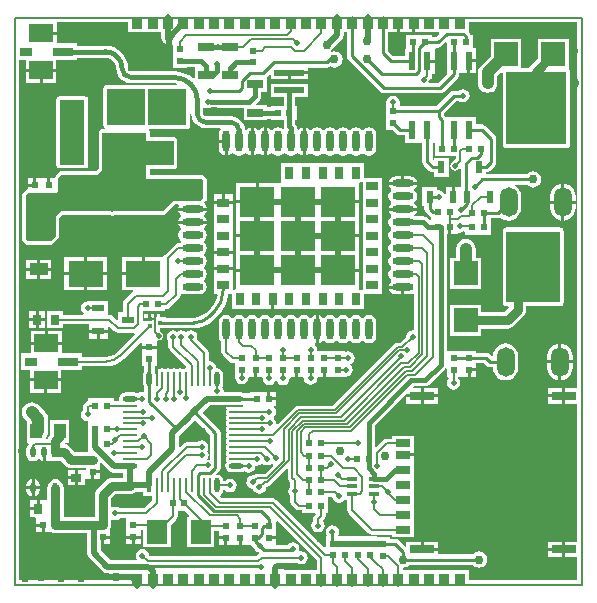
<source format=gtl>
%FSLAX25Y25*%
%MOIN*%
G70*
G01*
G75*
G04 Layer_Physical_Order=1*
G04 Layer_Color=255*
%ADD10C,0.01500*%
%ADD11C,0.00800*%
%ADD12C,0.01000*%
%ADD13R,0.07874X0.07874*%
%ADD14O,0.01969X0.03543*%
%ADD15R,0.01969X0.03543*%
%ADD16O,0.01969X0.03543*%
%ADD17R,0.03937X0.05118*%
%ADD18R,0.02362X0.02362*%
%ADD19R,0.02756X0.03347*%
%ADD20R,0.02362X0.02362*%
%ADD21R,0.03347X0.02756*%
%ADD22R,0.07874X0.07874*%
%ADD23R,0.01181X0.01378*%
%ADD24R,0.00984X0.01378*%
%ADD25R,0.01181X0.01181*%
%ADD26R,0.03937X0.03150*%
%ADD27R,0.07874X0.06000*%
%ADD28R,0.07000X0.03150*%
%ADD29R,0.08268X0.02756*%
%ADD30R,0.04843X0.02559*%
%ADD31R,0.03347X0.01575*%
%ADD32R,0.11811X0.08661*%
%ADD33R,0.05906X0.03937*%
%ADD34R,0.03937X0.02362*%
%ADD35O,0.04724X0.00984*%
%ADD36O,0.00984X0.04724*%
%ADD37O,0.01772X0.04724*%
%ADD38O,0.04724X0.01772*%
%ADD39R,0.01772X0.04724*%
%ADD40R,0.06693X0.07874*%
%ADD41R,0.15748X0.09843*%
%ADD42R,0.07087X0.08661*%
%ADD43O,0.05906X0.09843*%
%ADD44R,0.05315X0.02559*%
%ADD45R,0.02362X0.03937*%
%ADD46R,0.02362X0.05906*%
%ADD47R,0.09843X0.01969*%
%ADD48R,0.03150X0.03937*%
%ADD49R,0.11811X0.09843*%
%ADD50O,0.02362X0.07087*%
%ADD51O,0.07087X0.02362*%
%ADD52C,0.02000*%
%ADD53C,0.03000*%
%ADD54C,0.04000*%
%ADD55C,0.00500*%
%ADD56C,0.00600*%
%ADD57R,0.13900X0.08300*%
%ADD58R,0.12600X0.12100*%
%ADD59R,0.08000X0.21700*%
%ADD60R,0.12900X0.12000*%
%ADD61R,0.20000X0.24300*%
%ADD62R,0.17900X0.23800*%
%ADD63R,0.03543X0.03937*%
%ADD64C,0.02000*%
%ADD65C,0.03000*%
%ADD66C,0.04000*%
G36*
X58094Y23199D02*
X57903Y22737D01*
X57354D01*
Y12463D01*
X66447D01*
Y18006D01*
X67919D01*
Y17256D01*
Y16200D01*
X70301D01*
Y15701D01*
X70800D01*
Y13319D01*
X72681D01*
Y13319D01*
X72681D01*
X72681Y13319D01*
X72719D01*
Y13319D01*
X74600D01*
Y15701D01*
X75600D01*
Y13319D01*
X77481D01*
Y13319D01*
X77481D01*
X77481Y13319D01*
X77519D01*
Y13319D01*
X78830D01*
X79409Y12740D01*
X79528Y12142D01*
X80014Y11414D01*
X80742Y10928D01*
X81316Y10813D01*
X81363Y10576D01*
X81333Y10269D01*
X81160Y10153D01*
X80427Y9422D01*
X48742D01*
X48190Y9531D01*
X44976D01*
X44731Y9776D01*
X44576Y10554D01*
X44090Y11282D01*
X43362Y11768D01*
X42504Y11939D01*
X41646Y11768D01*
X40918Y11282D01*
X40431Y10554D01*
X40261Y9696D01*
X40431Y8838D01*
X40534Y8684D01*
X40299Y8243D01*
X31729D01*
X28543Y11429D01*
Y13519D01*
X28800D01*
Y15901D01*
X29299D01*
Y16400D01*
X31681D01*
Y17456D01*
Y18530D01*
X31931Y19132D01*
X32023Y19837D01*
Y20137D01*
Y21544D01*
X32464Y21779D01*
X32542Y21728D01*
X33400Y21557D01*
X34258Y21728D01*
X34918Y22169D01*
X37119D01*
Y17456D01*
Y16400D01*
X41881D01*
Y17456D01*
Y18206D01*
X42787D01*
Y12463D01*
X51880D01*
Y19839D01*
X53716Y21676D01*
X54070Y22206D01*
X54194Y22830D01*
Y24719D01*
X56574D01*
X58094Y23199D01*
D02*
G37*
G36*
X43800Y135300D02*
X62300D01*
X62800Y134800D01*
Y128800D01*
X62000Y128000D01*
X52800D01*
X49300Y124500D01*
X15300D01*
X13600Y122800D01*
Y116300D01*
X11900Y114600D01*
X4100D01*
X3600Y115200D01*
Y129800D01*
X4500Y130700D01*
X13900D01*
X14500Y131300D01*
Y135500D01*
X15700Y136700D01*
X27400D01*
X29100Y138400D01*
Y150700D01*
X43800D01*
Y135300D01*
D02*
G37*
G36*
X143919Y180614D02*
Y178519D01*
Y170579D01*
X143919Y170579D01*
X143919D01*
X144009Y170361D01*
X140982Y167333D01*
X137977D01*
X137786Y167795D01*
X138545Y168555D01*
X138866Y169034D01*
X138978Y169600D01*
Y170379D01*
X139881D01*
Y174031D01*
X137499D01*
Y175031D01*
X139881D01*
Y178684D01*
X139881D01*
Y178713D01*
X140235Y179067D01*
X141000D01*
X141663Y179199D01*
X142226Y179574D01*
X143457Y180806D01*
X143919Y180614D01*
D02*
G37*
G36*
X42752Y29538D02*
X45569D01*
Y28076D01*
X42924Y25431D01*
X34918D01*
X34258Y25872D01*
X33400Y26043D01*
X32542Y25872D01*
X32464Y25821D01*
X32023Y26056D01*
Y28772D01*
X33528Y30277D01*
X38342D01*
X39046Y30369D01*
X39703Y30642D01*
X39984Y30857D01*
X42752D01*
Y29538D01*
D02*
G37*
G36*
X65067Y49989D02*
Y41673D01*
X64745Y41409D01*
X64254Y41506D01*
X64059Y41872D01*
X64372Y42342D01*
X64543Y43200D01*
X64372Y44058D01*
X63994Y44625D01*
X64272Y45042D01*
X64443Y45900D01*
X64272Y46758D01*
X63786Y47486D01*
X63058Y47972D01*
X62200Y48143D01*
X61342Y47972D01*
X60682Y47531D01*
X57300D01*
X56676Y47407D01*
X56147Y47054D01*
X55155Y46062D01*
X54693Y46253D01*
Y49521D01*
X58786Y53614D01*
X59502Y54330D01*
X59502Y54330D01*
X59502Y54330D01*
X60114Y54942D01*
X65067Y49989D01*
D02*
G37*
G36*
X133374Y184139D02*
X141235D01*
X141426Y183677D01*
X140282Y182533D01*
X138918D01*
Y183181D01*
X130219D01*
Y178684D01*
X130119D01*
Y176265D01*
X125987D01*
X124371Y177880D01*
Y184139D01*
X127256D01*
Y187498D01*
X128256D01*
Y184139D01*
X132374D01*
Y187498D01*
X133374D01*
Y184139D01*
D02*
G37*
G36*
X100534Y8159D02*
Y4837D01*
X89878D01*
X89272Y5242D01*
X89443Y6100D01*
X89272Y6958D01*
X89492Y7369D01*
X93882D01*
X94542Y6928D01*
X95400Y6757D01*
X96258Y6928D01*
X96986Y7414D01*
X97472Y8142D01*
X97643Y9000D01*
X97472Y9858D01*
X96986Y10586D01*
X96258Y11072D01*
X95400Y11243D01*
X95126Y11188D01*
X94772Y11542D01*
X94843Y11900D01*
X94672Y12758D01*
X94186Y13486D01*
X93458Y13972D01*
X92600Y14143D01*
X91742Y13972D01*
X91014Y13486D01*
X90845Y13233D01*
X87081D01*
Y13319D01*
X87081D01*
Y15200D01*
X84699D01*
Y16200D01*
X87081D01*
Y17256D01*
Y20958D01*
X87543Y21150D01*
X100534Y8159D01*
D02*
G37*
G36*
X187498Y65505D02*
X183502D01*
Y62926D01*
Y60349D01*
X187498D01*
Y14363D01*
X183502D01*
Y11784D01*
Y9207D01*
X187498D01*
Y1478D01*
X151200D01*
Y4837D01*
X129387D01*
Y5666D01*
X129400Y5677D01*
X130105Y5770D01*
X130762Y6042D01*
X131326Y6474D01*
X131473Y6667D01*
X152627D01*
X152774Y6474D01*
X153338Y6042D01*
X153995Y5770D01*
X154700Y5677D01*
X155405Y5770D01*
X156062Y6042D01*
X156626Y6474D01*
X157058Y7038D01*
X157331Y7695D01*
X157423Y8400D01*
X157331Y9105D01*
X157058Y9762D01*
X156626Y10326D01*
X156062Y10758D01*
X155405Y11030D01*
X154700Y11123D01*
X153995Y11030D01*
X153338Y10758D01*
X152774Y10326D01*
X152627Y10133D01*
X141092D01*
Y11285D01*
X135757D01*
Y11784D01*
X135258D01*
Y14363D01*
X130424D01*
Y12880D01*
X129962Y12689D01*
X127889Y14763D01*
X127326Y15138D01*
X126663Y15270D01*
X125081D01*
Y15918D01*
X122812D01*
X122500Y15980D01*
X120814D01*
Y16081D01*
X108281D01*
Y16118D01*
X107986D01*
X107750Y16559D01*
X107872Y16742D01*
X108043Y17600D01*
X107872Y18458D01*
X107386Y19186D01*
X106658Y19672D01*
X105800Y19843D01*
X104942Y19672D01*
X104214Y19186D01*
X103728Y18458D01*
X103557Y17600D01*
X103728Y16742D01*
X103850Y16559D01*
X103614Y16118D01*
X103519D01*
Y12641D01*
X103057Y12450D01*
X87154Y28354D01*
X86624Y28707D01*
X86000Y28831D01*
X69076D01*
X68465Y29443D01*
X68514Y29940D01*
X68783Y30120D01*
X69244Y30810D01*
X69395Y31571D01*
X70076D01*
X70114Y31514D01*
X70842Y31028D01*
X71700Y30857D01*
X72558Y31028D01*
X73286Y31514D01*
X73772Y32242D01*
X73943Y33100D01*
X73772Y33958D01*
X73286Y34686D01*
X72558Y35172D01*
X71700Y35343D01*
X70842Y35172D01*
X70114Y34686D01*
X70076Y34629D01*
X69395D01*
X69244Y35390D01*
X68783Y36080D01*
X68093Y36541D01*
X67279Y36703D01*
X67166Y36915D01*
X68026Y37774D01*
X68401Y38337D01*
X68533Y39000D01*
Y50707D01*
X68401Y51371D01*
X68026Y51933D01*
X62565Y57393D01*
X64966Y59794D01*
X70082D01*
X70179Y59675D01*
X70203Y59794D01*
X73775D01*
X73776Y59794D01*
Y59432D01*
X71905D01*
X71244Y59300D01*
X71056Y59175D01*
X70279D01*
X70311Y59015D01*
X70527Y58691D01*
X70311Y58367D01*
X70179Y57706D01*
X70311Y57046D01*
X70527Y56722D01*
X70311Y56398D01*
X70179Y55738D01*
X70311Y55078D01*
X70527Y54754D01*
X70311Y54430D01*
X70179Y53769D01*
X70311Y53109D01*
X70527Y52785D01*
X70311Y52461D01*
X70179Y51801D01*
X70311Y51141D01*
X70527Y50817D01*
X70311Y50493D01*
X70179Y49832D01*
X70311Y49172D01*
X70527Y48848D01*
X70311Y48524D01*
X70179Y47864D01*
X70311Y47204D01*
X70527Y46880D01*
X70311Y46556D01*
X70179Y45895D01*
X70311Y45235D01*
X70527Y44911D01*
X70311Y44587D01*
X70179Y43927D01*
X70311Y43267D01*
X70527Y42943D01*
X70311Y42619D01*
X70179Y41958D01*
X70311Y41298D01*
X70619Y40837D01*
X70334Y40410D01*
X70172Y39596D01*
X70334Y38782D01*
X70795Y38092D01*
X71485Y37631D01*
X72298Y37469D01*
X75251D01*
X76065Y37631D01*
X76473Y37904D01*
X77042Y37524D01*
X77900Y37353D01*
X78758Y37524D01*
X79486Y38010D01*
X79972Y38738D01*
X80114Y39451D01*
X80530Y39729D01*
X80600Y39715D01*
X81458Y39886D01*
X82186Y40372D01*
X82214Y40414D01*
X82414D01*
X83142Y39928D01*
X84000Y39757D01*
X84858Y39928D01*
X85496Y40354D01*
X85948Y40140D01*
X85991Y39696D01*
X83354Y37059D01*
X80680D01*
X80114Y36946D01*
X79635Y36626D01*
X79427Y36418D01*
X79300Y36443D01*
X78442Y36272D01*
X77714Y35786D01*
X77228Y35058D01*
X77057Y34200D01*
X77228Y33342D01*
X77714Y32614D01*
X78442Y32128D01*
X79300Y31957D01*
X79362Y31969D01*
X79428Y31642D01*
X79914Y30914D01*
X80642Y30428D01*
X81500Y30257D01*
X82358Y30428D01*
X83086Y30914D01*
X83572Y31642D01*
X83743Y32500D01*
X83718Y32627D01*
X83812Y32722D01*
X84000D01*
X84566Y32834D01*
X85045Y33155D01*
X85045Y33155D01*
X85045Y33155D01*
X90509Y38618D01*
X90971Y38427D01*
Y35700D01*
X90971Y35700D01*
X90971D01*
X91087Y35115D01*
X91419Y34619D01*
X91815Y34222D01*
Y32779D01*
X91759Y32741D01*
X91272Y32014D01*
X91101Y31155D01*
X91272Y30297D01*
X91759Y29569D01*
X91815Y29531D01*
Y27555D01*
X91815Y27555D01*
X91815D01*
X91932Y26970D01*
X92263Y26474D01*
X93493Y25245D01*
X93989Y24913D01*
X94574Y24797D01*
X95582D01*
Y24019D01*
X100058D01*
X100250Y23557D01*
X99847Y23154D01*
X99493Y22624D01*
X99369Y22000D01*
Y21218D01*
X98928Y20558D01*
X98757Y19700D01*
X98928Y18842D01*
X99414Y18114D01*
X100142Y17628D01*
X101000Y17457D01*
X101858Y17628D01*
X102586Y18114D01*
X103072Y18842D01*
X103243Y19700D01*
X103072Y20558D01*
X102631Y21218D01*
Y21324D01*
X103154Y21847D01*
X103507Y22376D01*
X103631Y23000D01*
Y24019D01*
X104281D01*
Y28519D01*
Y29269D01*
X105823D01*
X105928Y28742D01*
X106414Y28014D01*
X107142Y27528D01*
X108000Y27357D01*
X108858Y27528D01*
X109586Y28014D01*
X109746Y28254D01*
X110827D01*
Y24842D01*
X110827Y24842D01*
X110827D01*
X110951Y24217D01*
X111305Y23688D01*
X117787Y17206D01*
X118316Y16853D01*
X118940Y16728D01*
X125779D01*
Y15880D01*
X133021D01*
Y20839D01*
D01*
Y20839D01*
X133021Y20839D01*
Y20880D01*
X133021D01*
Y25839D01*
D01*
Y25839D01*
X133021Y25839D01*
Y25880D01*
X133021D01*
Y30839D01*
D01*
Y30839D01*
X133021Y30839D01*
Y30880D01*
X133021D01*
Y35839D01*
D01*
Y35839D01*
X133021Y35839D01*
Y35880D01*
X133021D01*
Y40839D01*
D01*
Y40839D01*
X133021Y40839D01*
Y40880D01*
X133021D01*
Y42860D01*
X129399D01*
Y43860D01*
X133021D01*
Y44620D01*
Y49580D01*
X125779D01*
Y48629D01*
X123900D01*
X123315Y48513D01*
X122819Y48181D01*
X120387Y45750D01*
X119925Y45941D01*
Y53114D01*
X129962Y63151D01*
X130424Y62959D01*
Y63427D01*
X135258D01*
Y65505D01*
X132970D01*
X132778Y65967D01*
X132923Y66112D01*
X136600D01*
X137361Y66263D01*
X138006Y66694D01*
X138006Y66694D01*
X138006Y66694D01*
X143306Y71994D01*
X143366Y72084D01*
X143844Y71938D01*
Y69219D01*
X144348D01*
X144584Y68778D01*
X144153Y68133D01*
X143982Y67275D01*
X144153Y66416D01*
X144639Y65689D01*
X145367Y65202D01*
X146225Y65032D01*
X147084Y65202D01*
X147811Y65689D01*
X148298Y66416D01*
X148468Y67275D01*
X148298Y68133D01*
X147811Y68861D01*
X147755Y68899D01*
Y69219D01*
X148606D01*
Y69319D01*
X149044D01*
Y69319D01*
X150925D01*
Y71701D01*
X151424D01*
Y72200D01*
X153806D01*
Y73256D01*
Y73904D01*
X156445D01*
X157281Y73068D01*
X157843Y72692D01*
X158506Y72561D01*
X159356D01*
Y72325D01*
X159499Y71241D01*
X159917Y70231D01*
X160583Y69363D01*
X161451Y68698D01*
X162461Y68279D01*
X163545Y68137D01*
X164629Y68279D01*
X165639Y68698D01*
X166507Y69363D01*
X167172Y70231D01*
X167591Y71241D01*
X167733Y72325D01*
Y76262D01*
X167591Y77346D01*
X167172Y78357D01*
X166507Y79224D01*
X165639Y79890D01*
X164629Y80308D01*
X163545Y80451D01*
X162461Y80308D01*
X161451Y79890D01*
X160583Y79224D01*
X159917Y78357D01*
X159499Y77346D01*
X159387Y76498D01*
X158914Y76337D01*
X158389Y76863D01*
X157826Y77238D01*
X157163Y77370D01*
X153806D01*
Y78018D01*
X149044D01*
Y77918D01*
X148606D01*
Y77918D01*
X143888D01*
Y116819D01*
X144500D01*
Y119201D01*
X145500D01*
Y116819D01*
X147381D01*
Y117026D01*
X147768Y117343D01*
X148200Y117257D01*
X149058Y117428D01*
X149578Y117775D01*
X150019Y117539D01*
Y116719D01*
X158718D01*
Y121481D01*
D01*
Y121481D01*
X158718Y121481D01*
Y121619D01*
X158718D01*
Y122267D01*
X161051D01*
X161714Y122399D01*
X161759Y122429D01*
X162451Y121898D01*
X163461Y121479D01*
X164545Y121337D01*
X165629Y121479D01*
X166639Y121898D01*
X167507Y122564D01*
X168172Y123431D01*
X168591Y124441D01*
X168733Y125525D01*
Y129462D01*
X168591Y130546D01*
X168172Y131557D01*
X167507Y132424D01*
X166639Y133090D01*
X166694Y133367D01*
X170527D01*
X170674Y133174D01*
X171238Y132742D01*
X171895Y132469D01*
X172600Y132377D01*
X173305Y132469D01*
X173962Y132742D01*
X174526Y133174D01*
X174958Y133738D01*
X175231Y134395D01*
X175323Y135100D01*
X175231Y135805D01*
X174958Y136462D01*
X174526Y137026D01*
X173962Y137458D01*
X173305Y137731D01*
X172600Y137823D01*
X171895Y137731D01*
X171238Y137458D01*
X170674Y137026D01*
X170527Y136833D01*
X156918D01*
Y137409D01*
X157043D01*
X157706Y137541D01*
X158268Y137917D01*
X159926Y139574D01*
X159926Y139574D01*
X159926Y139574D01*
X160301Y140137D01*
X160433Y140800D01*
Y148600D01*
X160301Y149263D01*
X159926Y149826D01*
X156826Y152926D01*
X156263Y153301D01*
X155600Y153433D01*
X153681D01*
Y155853D01*
X148919D01*
D01*
D01*
X148919Y155853D01*
X148681D01*
Y155853D01*
X143919D01*
Y155853D01*
X143763Y155853D01*
X143489Y156263D01*
X143033Y156718D01*
Y157119D01*
X147118Y161204D01*
X148029D01*
X148442Y160928D01*
X149300Y160757D01*
X150158Y160928D01*
X150886Y161414D01*
X151372Y162142D01*
X151543Y163000D01*
X151372Y163858D01*
X150886Y164586D01*
X150158Y165072D01*
X149300Y165243D01*
X148442Y165072D01*
X147840Y164670D01*
X146400D01*
X145737Y164538D01*
X145174Y164163D01*
X140582Y159570D01*
X128481D01*
Y160218D01*
X128481D01*
X128196Y160565D01*
X128243Y160800D01*
X128072Y161658D01*
X127586Y162386D01*
X126858Y162872D01*
X126000Y163043D01*
X125142Y162872D01*
X124414Y162386D01*
X123928Y161658D01*
X123757Y160800D01*
X123843Y160369D01*
X123719Y160218D01*
X123719D01*
Y155456D01*
Y151519D01*
X126030D01*
X127274Y150274D01*
X127274Y150274D01*
X127274D01*
X127274Y150274D01*
X127274D01*
X127274Y150274D01*
Y150274D01*
Y150274D01*
D01*
D01*
X127274D01*
Y150274D01*
X127837Y149899D01*
X128500Y149767D01*
X130119D01*
Y147347D01*
X134881D01*
Y147347D01*
X134881D01*
X134881Y147347D01*
X135119D01*
Y147347D01*
X135767D01*
Y140900D01*
X135899Y140237D01*
X136274Y139674D01*
X136274Y139674D01*
X136274Y139674D01*
X138032Y137917D01*
X138032Y137917D01*
X138032D01*
X138032Y137917D01*
X138032D01*
X138032Y137917D01*
Y137917D01*
Y137917D01*
D01*
D01*
X138032D01*
Y137917D01*
X138594Y137541D01*
X139258Y137409D01*
X139756D01*
Y135974D01*
X144518D01*
Y142311D01*
X139756D01*
Y141749D01*
X139649Y141704D01*
X139233Y141982D01*
Y147347D01*
X139881D01*
D01*
X139881D01*
X139882Y147346D01*
Y143019D01*
X146869D01*
Y141976D01*
X145647Y140753D01*
X145293Y140224D01*
X145169Y139600D01*
X145293Y138976D01*
X145647Y138446D01*
X146176Y138093D01*
X146800Y137969D01*
X147424Y138093D01*
X147953Y138446D01*
X148305Y138798D01*
X148767Y138606D01*
Y132468D01*
X146574D01*
Y129299D01*
X145574D01*
Y132468D01*
X143693D01*
Y130390D01*
X143214Y130245D01*
X142786Y130886D01*
X142058Y131372D01*
X141200Y131543D01*
X140968Y131497D01*
X140581Y131814D01*
Y132468D01*
X135819D01*
Y126131D01*
X136467D01*
Y125400D01*
X136599Y124737D01*
X136974Y124174D01*
X136974Y124174D01*
X136974Y124174D01*
X138274Y122874D01*
X138782Y122535D01*
Y121719D01*
X138782D01*
Y121681D01*
X138682Y121581D01*
X138682D01*
Y121581D01*
X138231Y121581D01*
X137576Y122236D01*
X136931Y122667D01*
X136170Y122818D01*
X133262D01*
X133117Y123296D01*
X133337Y123444D01*
X133863Y124231D01*
X133949Y124661D01*
X124568D01*
X124653Y124231D01*
X125179Y123444D01*
X125477Y123245D01*
Y122745D01*
X125179Y122547D01*
X124653Y121759D01*
X124468Y120830D01*
X124653Y119901D01*
X125179Y119113D01*
X125477Y118914D01*
Y118414D01*
X125179Y118216D01*
X124653Y117428D01*
X124468Y116499D01*
X124653Y115570D01*
X125179Y114783D01*
X125477Y114584D01*
Y114084D01*
X125179Y113885D01*
X124653Y113098D01*
X124468Y112169D01*
X124653Y111239D01*
X125179Y110452D01*
X125477Y110253D01*
Y109753D01*
X125179Y109554D01*
X124653Y108767D01*
X124468Y107838D01*
X124653Y106909D01*
X125179Y106121D01*
X125477Y105922D01*
Y105422D01*
X125179Y105224D01*
X124653Y104436D01*
X124468Y103507D01*
X124653Y102578D01*
X125179Y101790D01*
X125477Y101592D01*
Y101092D01*
X125179Y100893D01*
X124653Y100106D01*
X124568Y99676D01*
X129259D01*
Y99177D01*
X129758D01*
Y96749D01*
X131620D01*
X132550Y96934D01*
X132730Y97054D01*
X133171Y96818D01*
Y85124D01*
X132784Y84807D01*
X132600Y84843D01*
X131742Y84672D01*
X131014Y84186D01*
X130528Y83458D01*
X130357Y82600D01*
X130382Y82473D01*
X128488Y80578D01*
X127511D01*
X127039Y80484D01*
X126945Y80466D01*
X126465Y80145D01*
X105899Y59578D01*
X94286D01*
X93814Y59484D01*
X93720Y59466D01*
X93240Y59145D01*
X87535Y53440D01*
X87094Y53675D01*
X87112Y53769D01*
X86942Y54628D01*
X86455Y55355D01*
X86220Y55513D01*
Y56013D01*
X86380Y56120D01*
X86866Y56848D01*
X87037Y57706D01*
X86866Y58565D01*
X86380Y59292D01*
X86479Y59619D01*
X86981D01*
Y61500D01*
X84599D01*
Y61999D01*
X84100D01*
Y64381D01*
X78282D01*
Y63770D01*
X76411D01*
X76065Y64002D01*
X75251Y64164D01*
X74360D01*
X73775Y64280D01*
X69837D01*
X69520Y64667D01*
X69522Y64675D01*
X69351Y65533D01*
X69060Y65969D01*
X69244Y66243D01*
X69406Y67057D01*
Y70009D01*
X69244Y70823D01*
X68783Y71513D01*
X68093Y71974D01*
X67279Y72136D01*
X67150Y72265D01*
X67160Y72317D01*
X66989Y73175D01*
X66503Y73903D01*
X65775Y74389D01*
X64917Y74560D01*
X64579Y74836D01*
Y77352D01*
X64455Y77976D01*
X64102Y78505D01*
X62054Y80554D01*
X60704Y81903D01*
X60843Y82600D01*
X60672Y83458D01*
X60186Y84186D01*
X59458Y84672D01*
X58600Y84843D01*
X57742Y84672D01*
X57014Y84186D01*
X56986D01*
X56258Y84672D01*
X55400Y84843D01*
X54542Y84672D01*
X54100Y84377D01*
X53658Y84672D01*
X52800Y84843D01*
X51942Y84672D01*
X51214Y84186D01*
X50728Y83458D01*
X50557Y82600D01*
X50728Y81742D01*
X51169Y81082D01*
Y79400D01*
X51169Y79400D01*
X51169D01*
X51293Y78776D01*
X51647Y78246D01*
X57176Y72717D01*
X57151Y72218D01*
X57042Y72128D01*
X56382Y71997D01*
X56058Y71781D01*
X55734Y71997D01*
X55074Y72128D01*
X54414Y71997D01*
X54090Y71781D01*
X53766Y71997D01*
X53105Y72128D01*
X52445Y71997D01*
X52121Y71781D01*
X51797Y71997D01*
X51137Y72128D01*
X50477Y71997D01*
X50153Y71781D01*
X49829Y71997D01*
X49169Y72128D01*
X48508Y71997D01*
X48184Y71781D01*
X47860Y71997D01*
X47700Y72029D01*
Y71251D01*
X47574Y71064D01*
X47443Y70403D01*
Y68532D01*
X46965D01*
Y70009D01*
X46803Y70823D01*
X46700Y70977D01*
Y72029D01*
X46920Y72073D01*
X46533Y72390D01*
Y72782D01*
X47181D01*
Y76719D01*
Y78600D01*
X42419D01*
Y76719D01*
Y72782D01*
X43067D01*
Y71113D01*
X42873Y70823D01*
X42711Y70009D01*
Y67057D01*
X42873Y66243D01*
X43104Y65896D01*
Y64502D01*
X42718Y64184D01*
X42237Y64280D01*
X41379Y64109D01*
X40925Y63806D01*
X40632Y64002D01*
X39818Y64164D01*
X36865D01*
X36051Y64002D01*
X35361Y63541D01*
X34901Y62851D01*
X34739Y62037D01*
X34807Y61693D01*
X34490Y61306D01*
X33018D01*
Y62081D01*
X24319D01*
Y61236D01*
X24176Y61207D01*
X23647Y60853D01*
X23046Y60254D01*
X22693Y59724D01*
X22569Y59100D01*
Y58318D01*
X22128Y57658D01*
X21957Y56800D01*
X22128Y55942D01*
X22614Y55214D01*
X23342Y54728D01*
X24200Y54557D01*
X24219Y54181D01*
X24219Y54181D01*
X24219Y54181D01*
Y49419D01*
X24319D01*
Y49381D01*
X24319D01*
Y44619D01*
D01*
Y44619D01*
X24009Y44309D01*
X19942D01*
X18177Y46075D01*
X17613Y46507D01*
X16956Y46779D01*
X16831Y46796D01*
X16670Y47269D01*
X16742Y47341D01*
X18143D01*
Y54859D01*
X11806D01*
Y50107D01*
X11574Y49876D01*
X11141Y49312D01*
X10870Y48655D01*
X10866Y48631D01*
X10268D01*
Y49160D01*
X10595Y49586D01*
X10918Y50365D01*
X11028Y51200D01*
Y55400D01*
X10918Y56235D01*
X10595Y57014D01*
X10082Y57682D01*
X7882Y59882D01*
X7214Y60395D01*
X6435Y60718D01*
X5600Y60828D01*
X4765Y60718D01*
X3986Y60395D01*
X3318Y59882D01*
X2805Y59214D01*
X2482Y58435D01*
X2372Y57600D01*
X2482Y56765D01*
X2805Y55986D01*
X3318Y55318D01*
X3932Y54704D01*
Y47341D01*
X4314D01*
X4550Y46900D01*
X4513Y46844D01*
X4447Y46512D01*
X4445Y46511D01*
X3962Y45788D01*
X3793Y44936D01*
Y43361D01*
X3962Y42509D01*
X4445Y41787D01*
X5167Y41304D01*
X6020Y41134D01*
X6872Y41304D01*
X7594Y41787D01*
X7640Y41855D01*
X8140D01*
X8185Y41787D01*
X8908Y41304D01*
X9260Y41234D01*
Y44150D01*
X10260D01*
Y41234D01*
X10612Y41304D01*
X10875Y41479D01*
X11316Y41244D01*
Y41177D01*
X15371D01*
X16888Y39660D01*
X17452Y39227D01*
X17627Y39155D01*
Y39013D01*
X17969D01*
X18109Y38955D01*
X18814Y38862D01*
X23519D01*
Y38264D01*
X23519D01*
X23373D01*
X23165Y38264D01*
X23165Y38264D01*
Y38264D01*
X21000D01*
Y35685D01*
Y33108D01*
X23373D01*
Y35122D01*
X23519Y35268D01*
X23727Y35268D01*
X23727Y35268D01*
Y35268D01*
X25400D01*
Y37650D01*
X25899D01*
Y38149D01*
X28281D01*
Y39205D01*
Y40279D01*
X28363Y40477D01*
X28853Y40574D01*
X31418Y38010D01*
X31418Y38010D01*
X31418D01*
X31418Y38010D01*
X31418D01*
X31418Y38010D01*
Y38010D01*
Y38010D01*
D01*
D01*
X31418D01*
Y38010D01*
X32146Y37524D01*
X33004Y37353D01*
X36099D01*
Y35723D01*
X32400D01*
X31777Y35641D01*
X31695Y35631D01*
X31038Y35358D01*
X30474Y34926D01*
X27374Y31826D01*
X26942Y31262D01*
X26669Y30605D01*
X26577Y29900D01*
Y22623D01*
X16223D01*
Y29000D01*
Y32338D01*
X16130Y33043D01*
X15858Y33700D01*
X15426Y34264D01*
X15304Y34357D01*
X15075Y34700D01*
X14352Y35183D01*
X13500Y35352D01*
X12648Y35183D01*
X11925Y34700D01*
X11696Y34357D01*
X11574Y34264D01*
X11141Y33700D01*
X10870Y33043D01*
X10777Y32338D01*
Y29000D01*
Y28222D01*
X10278D01*
Y28222D01*
X8200D01*
Y25348D01*
X7701D01*
Y24849D01*
X5122D01*
Y22476D01*
X6728D01*
X7082Y22122D01*
Y20400D01*
X9464D01*
Y19901D01*
X9963D01*
Y17519D01*
X12093D01*
X12300Y17433D01*
X12695Y17269D01*
X13400Y17177D01*
X24057D01*
Y10500D01*
X24228Y9642D01*
X24714Y8914D01*
X24714Y8914D01*
X24714Y8914D01*
X29214Y4414D01*
X29214Y4414D01*
X29214D01*
X29214Y4414D01*
X29214D01*
X29214Y4414D01*
Y4414D01*
Y4414D01*
D01*
D01*
X29214D01*
Y4414D01*
X29942Y3928D01*
X30800Y3757D01*
X31415D01*
X31628Y3358D01*
X31457Y2500D01*
X31583Y1865D01*
X31266Y1478D01*
X1478D01*
Y174925D01*
X3563D01*
Y172064D01*
X13837D01*
Y174925D01*
X20636D01*
Y175712D01*
X30100D01*
X30158Y175723D01*
X31040Y175607D01*
X31916Y175245D01*
X32667Y174668D01*
X33245Y173916D01*
X33607Y173040D01*
X33723Y172158D01*
X33712Y172100D01*
X33707D01*
X33877Y170808D01*
X34376Y169604D01*
X35170Y168570D01*
X36204Y167776D01*
X37408Y167277D01*
X38700Y167107D01*
Y167112D01*
X53200D01*
X53311Y167134D01*
X54156Y167022D01*
X54124Y166524D01*
X44500D01*
X44050Y166434D01*
X43600Y166524D01*
X30700D01*
X30232Y166430D01*
X29835Y166165D01*
X29570Y165768D01*
X29476Y165300D01*
Y153300D01*
X29570Y152832D01*
X29663Y152692D01*
Y152463D01*
X29663D01*
X29884Y152402D01*
X29739Y151924D01*
X29100D01*
X28632Y151830D01*
X28235Y151565D01*
X27970Y151168D01*
X27876Y150700D01*
Y138907D01*
X26893Y137924D01*
X15700D01*
X15232Y137830D01*
X14835Y137565D01*
X13635Y136365D01*
X13370Y135968D01*
X13276Y135500D01*
Y135499D01*
X11825D01*
Y133117D01*
X10825D01*
Y135499D01*
X7125D01*
Y133117D01*
X6626D01*
Y132618D01*
X4244D01*
Y131873D01*
X4032Y131830D01*
X3635Y131565D01*
X2735Y130665D01*
X2470Y130268D01*
X2376Y129800D01*
Y115200D01*
X2412Y115019D01*
X2432Y114836D01*
X2459Y114787D01*
X2470Y114732D01*
X2572Y114579D01*
X2660Y114417D01*
X3160Y113817D01*
X3204Y113781D01*
X3235Y113735D01*
X3388Y113633D01*
X3531Y113517D01*
X3585Y113501D01*
X3632Y113470D01*
X3813Y113434D01*
X3989Y113382D01*
X4045Y113387D01*
X4100Y113376D01*
X11900D01*
X12368Y113470D01*
X12765Y113735D01*
X14465Y115435D01*
X14730Y115832D01*
X14823Y116300D01*
Y122293D01*
X15807Y123276D01*
X31396D01*
X31623Y123182D01*
X32458Y123072D01*
X33294Y123182D01*
X33521Y123276D01*
X49300D01*
X49768Y123370D01*
X50165Y123635D01*
X53307Y126777D01*
X54503D01*
X54739Y126336D01*
X54575Y126090D01*
X54489Y125661D01*
X63870D01*
X63785Y126090D01*
X63258Y126877D01*
X63196Y126919D01*
X63147Y127417D01*
X63665Y127935D01*
X63930Y128332D01*
X64024Y128800D01*
Y134800D01*
X63930Y135268D01*
X63665Y135665D01*
X63165Y136165D01*
X62768Y136430D01*
X62300Y136523D01*
X45024D01*
Y138477D01*
X52800D01*
X53268Y138570D01*
X53408Y138663D01*
X53737D01*
Y138942D01*
X53930Y139232D01*
X54023Y139700D01*
Y148000D01*
X53930Y148468D01*
X53737Y148758D01*
Y148937D01*
X53558D01*
X53268Y149130D01*
X52800Y149223D01*
X45024D01*
Y150700D01*
X44930Y151168D01*
X44685Y151535D01*
X44843Y151832D01*
X44940Y151977D01*
X57100D01*
X57568Y152070D01*
X57965Y152335D01*
X58230Y152732D01*
X58324Y153200D01*
Y156765D01*
X58822Y156798D01*
X58972Y155660D01*
X59451Y154505D01*
X60212Y153512D01*
X61204Y152751D01*
X62360Y152272D01*
X63600Y152109D01*
Y152112D01*
X68310D01*
X68545Y151671D01*
X68157Y151090D01*
X67972Y150161D01*
Y148298D01*
X70401D01*
Y147799D01*
X70900D01*
Y143108D01*
X71329Y143193D01*
X72117Y143719D01*
X72315Y144017D01*
X72815D01*
X73014Y143719D01*
X73802Y143193D01*
X74731Y143008D01*
X75660Y143193D01*
X76447Y143719D01*
X76646Y144017D01*
X77146D01*
X77345Y143719D01*
X78132Y143193D01*
X78561Y143108D01*
Y147797D01*
Y152489D01*
X78132Y152403D01*
X77345Y151877D01*
X77172Y151620D01*
X76686Y151733D01*
X76563Y152665D01*
X76101Y153779D01*
X75367Y154736D01*
X74410Y155471D01*
X73296Y155932D01*
X72100Y156089D01*
Y156088D01*
X63600D01*
X63590Y156086D01*
X63288Y156146D01*
X63023Y156323D01*
X62846Y156588D01*
X62786Y156890D01*
X62788Y156900D01*
Y158834D01*
X63229Y159070D01*
X63442Y158928D01*
X64300Y158757D01*
X65158Y158928D01*
X65288Y159014D01*
X65300Y159012D01*
X76306D01*
Y154847D01*
X84021D01*
Y155338D01*
X85182D01*
Y154819D01*
X89512D01*
Y152800D01*
X89512Y152800D01*
X89512D01*
X89607Y152321D01*
X89191Y152043D01*
X88652Y152403D01*
X87723Y152588D01*
X86794Y152403D01*
X86006Y151877D01*
X85808Y151580D01*
X85308D01*
X85109Y151877D01*
X84321Y152403D01*
X83892Y152489D01*
Y147797D01*
Y143108D01*
X84321Y143193D01*
X85109Y143719D01*
X85308Y144017D01*
X85808D01*
X86006Y143719D01*
X86794Y143193D01*
X87723Y143008D01*
X88652Y143193D01*
X89439Y143719D01*
X89638Y144017D01*
X90138D01*
X90337Y143719D01*
X91124Y143193D01*
X92054Y143008D01*
X92983Y143193D01*
X93770Y143719D01*
X93969Y144017D01*
X94469D01*
X94668Y143719D01*
X95455Y143193D01*
X95884Y143108D01*
Y147797D01*
Y152489D01*
X95455Y152403D01*
X94668Y151877D01*
X94520Y151657D01*
X94042Y151802D01*
Y152246D01*
X93891Y153007D01*
X93488Y153609D01*
Y154819D01*
X93881D01*
Y159581D01*
X93488D01*
Y162566D01*
X97521D01*
Y166934D01*
X85279D01*
Y162566D01*
X89512D01*
Y159581D01*
X85182D01*
Y159314D01*
X84021D01*
Y159806D01*
X80370D01*
X80179Y160267D01*
X81569Y161657D01*
X82000Y162302D01*
X82151Y163063D01*
Y164295D01*
X84021D01*
Y169254D01*
X84021Y169254D01*
X84021D01*
X84017Y169266D01*
X84026Y169274D01*
X84026Y169274D01*
X84817Y170065D01*
X85279Y169874D01*
Y168466D01*
X90900D01*
Y170651D01*
X91399D01*
Y171150D01*
X97521D01*
Y172367D01*
X103900D01*
X104563Y172499D01*
X105040Y172817D01*
X105138Y172742D01*
X105795Y172469D01*
X106500Y172377D01*
X107205Y172469D01*
X107862Y172742D01*
X108426Y173174D01*
X108858Y173738D01*
X109131Y174395D01*
X109223Y175100D01*
X109131Y175805D01*
X108858Y176462D01*
X108426Y177026D01*
X107862Y177458D01*
X107205Y177731D01*
X106500Y177823D01*
X105795Y177731D01*
X105435Y177581D01*
X105199Y178022D01*
X105486Y178214D01*
X108870Y181597D01*
X109356Y182325D01*
X109527Y183184D01*
Y184139D01*
X110668D01*
Y176198D01*
X110800Y175535D01*
X111176Y174973D01*
X111176Y174973D01*
X111176Y174973D01*
X115886Y170262D01*
X121774Y164374D01*
X122337Y163999D01*
X123000Y163867D01*
X141700D01*
X142363Y163999D01*
X142926Y164374D01*
X147526Y168974D01*
X147526Y168974D01*
X147526Y168974D01*
X147901Y169537D01*
X148033Y170200D01*
Y170579D01*
X148681D01*
Y170579D01*
X148681D01*
X148681Y170579D01*
X148919D01*
Y170579D01*
X150800D01*
Y174732D01*
X151299D01*
Y175232D01*
X153681D01*
Y178884D01*
X152618D01*
Y183281D01*
X151887D01*
X151838Y183526D01*
X151463Y184089D01*
X151200Y184351D01*
Y187498D01*
X187498D01*
Y65505D01*
D02*
G37*
G36*
X37776Y184139D02*
X48741D01*
Y182516D01*
X48912Y181657D01*
X49398Y180930D01*
X49614Y180714D01*
X50342Y180228D01*
X51200Y180057D01*
X52058Y180228D01*
X52107Y180260D01*
X52548Y180024D01*
Y176173D01*
Y172236D01*
X57310D01*
Y172629D01*
X59872D01*
Y172234D01*
X59872D01*
Y168964D01*
X59420Y168750D01*
X58531Y169479D01*
X56872Y170366D01*
X55072Y170912D01*
X53200Y171096D01*
Y171088D01*
X38700D01*
X38680Y171084D01*
X38310Y171158D01*
X37979Y171379D01*
X37758Y171710D01*
X37684Y172080D01*
X37688Y172100D01*
X37685Y172117D01*
X37541Y173580D01*
X37109Y175003D01*
X36408Y176315D01*
X35465Y177464D01*
X34315Y178408D01*
X33003Y179109D01*
X31580Y179541D01*
X30117Y179685D01*
X30100Y179688D01*
X20636D01*
Y180475D01*
X13937D01*
Y183300D01*
X8799D01*
Y184300D01*
X13937D01*
Y187498D01*
X37776D01*
Y184139D01*
D02*
G37*
%LPC*%
G36*
X15437Y67764D02*
X10800D01*
Y64064D01*
X15437D01*
Y67764D01*
D02*
G37*
G36*
X185844Y73794D02*
X182155D01*
Y68203D01*
X182739Y68279D01*
X183749Y68698D01*
X184617Y69363D01*
X185283Y70231D01*
X185701Y71241D01*
X185844Y72325D01*
Y73794D01*
D02*
G37*
G36*
X181155D02*
X177467D01*
Y72325D01*
X177609Y71241D01*
X178028Y70231D01*
X178693Y69363D01*
X179561Y68698D01*
X180571Y68279D01*
X181155Y68203D01*
Y73794D01*
D02*
G37*
G36*
X9800Y67764D02*
X5163D01*
Y64064D01*
X9800D01*
Y67764D01*
D02*
G37*
G36*
X182502Y62427D02*
X177668D01*
Y60349D01*
X182502D01*
Y62427D01*
D02*
G37*
G36*
X86981Y64381D02*
X85100D01*
Y62500D01*
X86981D01*
Y64381D01*
D02*
G37*
G36*
X182502Y65505D02*
X177668D01*
Y63427D01*
X182502D01*
Y65505D01*
D02*
G37*
G36*
X141092D02*
X136258D01*
Y63427D01*
X141092D01*
Y65505D01*
D02*
G37*
G36*
X30968Y83926D02*
X28300D01*
Y82045D01*
X30968D01*
Y83926D01*
D02*
G37*
G36*
X27300D02*
X24632D01*
Y82045D01*
X27300D01*
Y83926D01*
D02*
G37*
G36*
X6894Y87900D02*
X4817D01*
Y85527D01*
X6894D01*
Y87900D01*
D02*
G37*
G36*
Y91273D02*
X4817D01*
Y88900D01*
X6894D01*
Y91273D01*
D02*
G37*
G36*
X9972Y87900D02*
X7895D01*
Y85527D01*
X9972D01*
Y87900D01*
D02*
G37*
G36*
X181155Y80385D02*
X180571Y80308D01*
X179561Y79890D01*
X178693Y79224D01*
X178028Y78357D01*
X177609Y77346D01*
X177467Y76262D01*
Y74794D01*
X181155D01*
Y80385D01*
D02*
G37*
G36*
X153806Y71200D02*
X151925D01*
Y69319D01*
X153806D01*
Y71200D01*
D02*
G37*
G36*
X182155Y80385D02*
Y74794D01*
X185844D01*
Y76262D01*
X185701Y77346D01*
X185283Y78357D01*
X184617Y79224D01*
X183749Y79890D01*
X182739Y80308D01*
X182155Y80385D01*
D02*
G37*
G36*
X15537Y84700D02*
X10900D01*
Y81000D01*
X15537D01*
Y84700D01*
D02*
G37*
G36*
X9900D02*
X5263D01*
Y81000D01*
X9900D01*
Y84700D01*
D02*
G37*
G36*
X41881Y15400D02*
X40000D01*
Y13519D01*
X41881D01*
Y15400D01*
D02*
G37*
G36*
X39000D02*
X37119D01*
Y13519D01*
X39000D01*
Y15400D01*
D02*
G37*
G36*
X7200Y28222D02*
X5122D01*
Y25849D01*
X7200D01*
Y28222D01*
D02*
G37*
G36*
X8963Y19400D02*
X7082D01*
Y17519D01*
X8963D01*
Y19400D01*
D02*
G37*
G36*
X31681Y15400D02*
X29800D01*
Y13519D01*
X31681D01*
Y15400D01*
D02*
G37*
G36*
X141092Y14363D02*
X136258D01*
Y12285D01*
X141092D01*
Y14363D01*
D02*
G37*
G36*
X182502Y11285D02*
X177668D01*
Y9207D01*
X182502D01*
Y11285D01*
D02*
G37*
G36*
X69800Y15200D02*
X67919D01*
Y13319D01*
X69800D01*
Y15200D01*
D02*
G37*
G36*
X182502Y14363D02*
X177668D01*
Y12285D01*
X182502D01*
Y14363D01*
D02*
G37*
G36*
X20000Y38264D02*
X17627D01*
Y36186D01*
X20000D01*
Y38264D01*
D02*
G37*
G36*
X28281Y37149D02*
X26400D01*
Y35268D01*
X28281D01*
Y37149D01*
D02*
G37*
G36*
X141092Y62427D02*
X136258D01*
Y60349D01*
X141092D01*
Y62427D01*
D02*
G37*
G36*
X135258D02*
X130424D01*
Y60349D01*
X135258D01*
Y62427D01*
D02*
G37*
G36*
X20000Y35186D02*
X17627D01*
Y33108D01*
X20000D01*
Y35186D01*
D02*
G37*
G36*
X8247Y31838D02*
X6520D01*
Y29423D01*
X6872Y29493D01*
X7594Y29976D01*
X8077Y30698D01*
X8247Y31550D01*
Y31838D01*
D02*
G37*
G36*
X5520D02*
X3793D01*
Y31550D01*
X3962Y30698D01*
X4445Y29976D01*
X5167Y29493D01*
X5520Y29423D01*
Y31838D01*
D02*
G37*
G36*
X6520Y35253D02*
Y32838D01*
X8247D01*
Y33125D01*
X8077Y33977D01*
X7594Y34700D01*
X6872Y35183D01*
X6520Y35253D01*
D02*
G37*
G36*
X5520D02*
X5167Y35183D01*
X4445Y34700D01*
X3962Y33977D01*
X3793Y33125D01*
Y32838D01*
X5520D01*
Y35253D01*
D02*
G37*
G36*
X9972Y91273D02*
X7895D01*
Y88900D01*
X9972D01*
Y91273D01*
D02*
G37*
G36*
X183155Y133585D02*
Y127994D01*
X186844D01*
Y129462D01*
X186701Y130546D01*
X186283Y131557D01*
X185617Y132424D01*
X184749Y133090D01*
X183739Y133508D01*
X183155Y133585D01*
D02*
G37*
G36*
X182155D02*
X181571Y133508D01*
X180561Y133090D01*
X179693Y132424D01*
X179028Y131557D01*
X178609Y130546D01*
X178467Y129462D01*
Y127994D01*
X182155D01*
Y133585D01*
D02*
G37*
G36*
X80333Y133841D02*
X73728D01*
Y128220D01*
X80333D01*
Y133841D01*
D02*
G37*
G36*
X128758Y136250D02*
X126896D01*
X125967Y136065D01*
X125179Y135539D01*
X124653Y134751D01*
X124568Y134322D01*
X128758D01*
Y136250D01*
D02*
G37*
G36*
X6125Y135499D02*
X4244D01*
Y133618D01*
X6125D01*
Y135499D01*
D02*
G37*
G36*
X186844Y126994D02*
X183155D01*
Y121403D01*
X183739Y121479D01*
X184749Y121898D01*
X185617Y122564D01*
X186283Y123431D01*
X186701Y124441D01*
X186844Y125525D01*
Y126994D01*
D02*
G37*
G36*
X182155D02*
X178467D01*
Y125525D01*
X178609Y124441D01*
X179028Y123431D01*
X179693Y122564D01*
X180561Y121898D01*
X181571Y121479D01*
X182155Y121403D01*
Y126994D01*
D02*
G37*
G36*
X133949Y133322D02*
X124568D01*
X124653Y132893D01*
X125179Y132105D01*
X125477Y131907D01*
Y131407D01*
X125179Y131208D01*
X124653Y130420D01*
X124468Y129491D01*
X124653Y128562D01*
X125179Y127775D01*
X125477Y127576D01*
Y127076D01*
X125179Y126877D01*
X124653Y126090D01*
X124568Y125661D01*
X133949D01*
X133863Y126090D01*
X133337Y126877D01*
X133040Y127076D01*
Y127576D01*
X133337Y127775D01*
X133863Y128562D01*
X134048Y129491D01*
X133863Y130420D01*
X133337Y131208D01*
X133040Y131407D01*
Y131907D01*
X133337Y132105D01*
X133863Y132893D01*
X133949Y133322D01*
D02*
G37*
G36*
X72584Y130101D02*
X69916D01*
Y127826D01*
X72584D01*
Y130101D01*
D02*
G37*
G36*
X68916D02*
X66247D01*
Y127826D01*
X68916D01*
Y130101D01*
D02*
G37*
G36*
X13837Y171064D02*
X9200D01*
Y167364D01*
X13837D01*
Y171064D01*
D02*
G37*
G36*
X8200D02*
X3563D01*
Y167364D01*
X8200D01*
Y171064D01*
D02*
G37*
G36*
X97521Y170150D02*
X91900D01*
Y168466D01*
X97521D01*
Y170150D01*
D02*
G37*
G36*
X184537Y181937D02*
X174263D01*
Y175514D01*
X171674Y172926D01*
X171242Y172362D01*
X171184Y172223D01*
X168789D01*
Y181937D01*
X158515D01*
Y176227D01*
X155318Y173030D01*
X154805Y172362D01*
X154482Y171583D01*
X154372Y170748D01*
Y167200D01*
X154372Y167200D01*
X154372D01*
X154482Y166365D01*
X154805Y165586D01*
X155318Y164918D01*
X155986Y164405D01*
X156765Y164082D01*
X157600Y163972D01*
X158435Y164082D01*
X159214Y164405D01*
X159882Y164918D01*
X160395Y165586D01*
X160718Y166365D01*
X160828Y167200D01*
Y169411D01*
X162115Y170698D01*
X162576Y170507D01*
Y146700D01*
X162670Y146232D01*
X162935Y145835D01*
X163332Y145570D01*
X163800Y145476D01*
X183800D01*
X184268Y145570D01*
X184665Y145835D01*
X184930Y146232D01*
X185023Y146700D01*
Y171000D01*
X184930Y171468D01*
X184665Y171865D01*
X184537Y171951D01*
Y181937D01*
D02*
G37*
G36*
X153681Y174232D02*
X151800D01*
Y170579D01*
X153681D01*
Y174232D01*
D02*
G37*
G36*
X23000Y162924D02*
X15000D01*
X14532Y162830D01*
X14392Y162737D01*
X13915D01*
Y162236D01*
X13870Y162168D01*
X13777Y161700D01*
Y140000D01*
X13870Y139532D01*
X13963Y139392D01*
Y138863D01*
X14565D01*
X15000Y138777D01*
X23000D01*
X23435Y138863D01*
X24237D01*
Y149137D01*
X24224D01*
Y161700D01*
X24189Y161874D01*
Y162737D01*
X23608D01*
X23468Y162830D01*
X23000Y162924D01*
D02*
G37*
G36*
X131620Y136250D02*
X129758D01*
Y134322D01*
X133949D01*
X133863Y134751D01*
X133337Y135539D01*
X132550Y136065D01*
X131620Y136250D01*
D02*
G37*
G36*
X69900Y147298D02*
X67972D01*
Y145436D01*
X68157Y144507D01*
X68683Y143719D01*
X69471Y143193D01*
X69900Y143108D01*
Y147298D01*
D02*
G37*
G36*
X118038Y152588D02*
X117109Y152403D01*
X116321Y151877D01*
X116122Y151580D01*
X115622D01*
X115424Y151877D01*
X114636Y152403D01*
X113707Y152588D01*
X112778Y152403D01*
X111990Y151877D01*
X111792Y151580D01*
X111292D01*
X111093Y151877D01*
X110306Y152403D01*
X109376Y152588D01*
X108447Y152403D01*
X107660Y151877D01*
X107461Y151580D01*
X106961D01*
X106762Y151877D01*
X105975Y152403D01*
X105046Y152588D01*
X104117Y152403D01*
X103329Y151877D01*
X103130Y151580D01*
X102630D01*
X102432Y151877D01*
X101644Y152403D01*
X100715Y152588D01*
X99786Y152403D01*
X98998Y151877D01*
X98800Y151580D01*
X98300D01*
X98101Y151877D01*
X97313Y152403D01*
X96884Y152489D01*
Y147797D01*
Y143108D01*
X97313Y143193D01*
X98101Y143719D01*
X98300Y144017D01*
X98800D01*
X98998Y143719D01*
X99786Y143193D01*
X100715Y143008D01*
X101644Y143193D01*
X102432Y143719D01*
X102630Y144017D01*
X103130D01*
X103329Y143719D01*
X104117Y143193D01*
X105046Y143008D01*
X105975Y143193D01*
X106762Y143719D01*
X106961Y144017D01*
X107461D01*
X107660Y143719D01*
X108447Y143193D01*
X109376Y143008D01*
X110306Y143193D01*
X111093Y143719D01*
X111292Y144017D01*
X111792D01*
X111990Y143719D01*
X112778Y143193D01*
X113707Y143008D01*
X114636Y143193D01*
X115424Y143719D01*
X115622Y144017D01*
X116122D01*
X116321Y143719D01*
X117109Y143193D01*
X118038Y143008D01*
X118967Y143193D01*
X119754Y143719D01*
X120281Y144507D01*
X120466Y145436D01*
Y150161D01*
X120281Y151090D01*
X119754Y151877D01*
X118967Y152403D01*
X118038Y152588D01*
D02*
G37*
G36*
X82892Y152489D02*
X82463Y152403D01*
X81675Y151877D01*
X81477Y151580D01*
X80977D01*
X80778Y151877D01*
X79991Y152403D01*
X79561Y152489D01*
Y147797D01*
Y143108D01*
X79991Y143193D01*
X80778Y143719D01*
X80977Y144017D01*
X81477D01*
X81675Y143719D01*
X82463Y143193D01*
X82892Y143108D01*
Y147797D01*
Y152489D01*
D02*
G37*
G36*
X30705Y103109D02*
X24100D01*
Y98079D01*
X30705D01*
Y103109D01*
D02*
G37*
G36*
X23100D02*
X16495D01*
Y98079D01*
X23100D01*
Y103109D01*
D02*
G37*
G36*
X150300Y115228D02*
X149465Y115118D01*
X148686Y114795D01*
X148018Y114282D01*
X147505Y113614D01*
X147182Y112835D01*
X147072Y112000D01*
Y108985D01*
X145163D01*
Y98711D01*
X155437D01*
Y108985D01*
X153528D01*
Y112000D01*
X153418Y112835D01*
X153095Y113614D01*
X152582Y114282D01*
X151914Y114795D01*
X151135Y115118D01*
X150300Y115228D01*
D02*
G37*
G36*
X116321Y140537D02*
X88724D01*
Y134200D01*
X88724D01*
Y134195D01*
X88371Y133841D01*
X81333D01*
Y127719D01*
X80834D01*
Y127220D01*
X73728D01*
Y121598D01*
Y116802D01*
X80834D01*
Y115802D01*
X73728D01*
Y110181D01*
Y105385D01*
X80834D01*
Y104385D01*
X73728D01*
Y98764D01*
X73728D01*
Y98758D01*
X73374Y98404D01*
X72584D01*
Y102504D01*
Y104779D01*
X66247D01*
Y102504D01*
Y96992D01*
X67219D01*
X67554Y96622D01*
X67546Y96541D01*
X67075Y94985D01*
X66308Y93552D01*
X65327Y92357D01*
X65261Y92312D01*
X63596Y90647D01*
X63543Y90568D01*
X62470Y89745D01*
X61134Y89191D01*
X59793Y89015D01*
X59700Y89033D01*
X50191D01*
Y89091D01*
X48419D01*
Y90321D01*
X47227D01*
Y89091D01*
X46609D01*
Y88431D01*
X46227D01*
Y90321D01*
X45357D01*
Y88431D01*
X44858D01*
Y88057D01*
X43066D01*
Y86999D01*
X42637Y86742D01*
X42513Y86808D01*
X42531Y86900D01*
Y91119D01*
X50118D01*
Y91869D01*
X50500D01*
X51124Y91993D01*
X51653Y92347D01*
X54754Y95446D01*
X55107Y95976D01*
X55231Y96600D01*
Y96842D01*
X55672Y97078D01*
X55888Y96934D01*
X56817Y96749D01*
X61542D01*
X62471Y96934D01*
X63258Y97460D01*
X63785Y98247D01*
X63970Y99176D01*
X63785Y100106D01*
X63258Y100893D01*
X62961Y101092D01*
Y101592D01*
X63258Y101790D01*
X63785Y102578D01*
X63970Y103507D01*
X63785Y104436D01*
X63258Y105224D01*
X62961Y105422D01*
Y105922D01*
X63258Y106121D01*
X63785Y106909D01*
X63970Y107838D01*
X63785Y108767D01*
X63258Y109554D01*
X62961Y109753D01*
Y110253D01*
X63258Y110452D01*
X63785Y111239D01*
X63970Y112169D01*
X63785Y113098D01*
X63258Y113885D01*
X62961Y114084D01*
Y114584D01*
X63258Y114783D01*
X63785Y115570D01*
X63970Y116499D01*
X63785Y117428D01*
X63258Y118216D01*
X62961Y118414D01*
Y118914D01*
X63258Y119113D01*
X63785Y119901D01*
X63870Y120330D01*
X54489D01*
X54575Y119901D01*
X55101Y119113D01*
X55398Y118914D01*
Y118414D01*
X55101Y118216D01*
X54575Y117428D01*
X54390Y116499D01*
X54575Y115570D01*
X55101Y114783D01*
X55398Y114584D01*
Y114084D01*
X55101Y113885D01*
X55044Y113800D01*
X54369D01*
X53744Y113676D01*
X53215Y113322D01*
X49847Y109953D01*
X49493Y109424D01*
X49456Y109240D01*
X43300D01*
Y103708D01*
X42801D01*
Y103209D01*
X35695D01*
Y98179D01*
X39321D01*
X39466Y97700D01*
X39246Y97553D01*
X36489Y94796D01*
X36135Y94267D01*
X36011Y93642D01*
Y90744D01*
X34474D01*
Y88386D01*
X34012Y88195D01*
X32653Y89553D01*
X32124Y89907D01*
X31500Y90031D01*
X30968D01*
Y94681D01*
X24632D01*
Y94681D01*
X24412Y94501D01*
X24200Y94543D01*
X23342Y94372D01*
X22614Y93886D01*
X22128Y93158D01*
X21957Y92300D01*
X22128Y91442D01*
X22614Y90714D01*
X22919Y90510D01*
X22774Y90031D01*
X15878D01*
Y91273D01*
X10722D01*
Y85527D01*
X15878D01*
Y86769D01*
X24632D01*
Y84926D01*
X30968D01*
Y85971D01*
X31430Y86163D01*
X33147Y84447D01*
X33676Y84093D01*
X34300Y83969D01*
X39600D01*
X39692Y83987D01*
X39927Y83546D01*
X33941Y77559D01*
X33896Y77492D01*
X32873Y76708D01*
X31609Y76184D01*
X30331Y76016D01*
X30252Y76031D01*
X22236D01*
Y77175D01*
X15537D01*
Y80000D01*
X5263D01*
Y77175D01*
X2131D01*
Y71625D01*
X5163D01*
Y68764D01*
X15437D01*
Y71625D01*
X22236D01*
Y72769D01*
X30252D01*
Y72759D01*
X31908Y72922D01*
X33501Y73405D01*
X34968Y74190D01*
X36255Y75245D01*
X36248Y75252D01*
X41957Y80961D01*
X42419Y80770D01*
Y79600D01*
X47181D01*
Y81259D01*
X47568Y81576D01*
X47947Y81501D01*
X48513Y81613D01*
X48993Y81934D01*
X49313Y82413D01*
X49426Y82979D01*
X49313Y83545D01*
X48993Y84025D01*
X48419Y84598D01*
Y85510D01*
X50191D01*
Y85567D01*
X59700D01*
Y85557D01*
X61453Y85729D01*
X63139Y86241D01*
X64692Y87071D01*
X66054Y88189D01*
X66047Y88196D01*
X67712Y89861D01*
X67714Y89859D01*
X68910Y91259D01*
X69873Y92830D01*
X70578Y94531D01*
X71007Y96322D01*
X71060Y96992D01*
X72189D01*
Y92067D01*
X85487D01*
Y95237D01*
X86487D01*
Y92067D01*
X116321D01*
Y96992D01*
X122227D01*
Y102504D01*
Y108016D01*
Y113528D01*
Y119039D01*
Y124551D01*
Y130063D01*
Y135613D01*
X116321D01*
Y140537D01*
D02*
G37*
G36*
X128758Y98676D02*
X124568D01*
X124653Y98247D01*
X125179Y97460D01*
X125967Y96934D01*
X126896Y96749D01*
X128758D01*
Y98676D01*
D02*
G37*
G36*
X96384Y89990D02*
X95455Y89805D01*
X94668Y89279D01*
X94469Y88982D01*
X93969D01*
X93770Y89279D01*
X92983Y89805D01*
X92054Y89990D01*
X91124Y89805D01*
X90337Y89279D01*
X90138Y88981D01*
X89638D01*
X89439Y89279D01*
X88652Y89805D01*
X87723Y89990D01*
X86794Y89805D01*
X86006Y89279D01*
X85808Y88982D01*
X85308D01*
X85109Y89279D01*
X84321Y89805D01*
X83392Y89990D01*
X82463Y89805D01*
X81675Y89279D01*
X81477Y88981D01*
X80977D01*
X80778Y89279D01*
X79991Y89805D01*
X79061Y89990D01*
X78132Y89805D01*
X77345Y89279D01*
X77146Y88982D01*
X76646D01*
X76447Y89279D01*
X75660Y89805D01*
X74731Y89990D01*
X73802Y89805D01*
X73014Y89279D01*
X72815Y88981D01*
X72315D01*
X72117Y89279D01*
X71329Y89805D01*
X70400Y89990D01*
X69471Y89805D01*
X68683Y89279D01*
X68157Y88491D01*
X67972Y87562D01*
Y82838D01*
X68157Y81909D01*
X68683Y81121D01*
X68769Y81064D01*
Y77700D01*
X68769Y77700D01*
X68769D01*
X68893Y77076D01*
X69247Y76547D01*
X71409Y74383D01*
X71939Y74030D01*
X72563Y73906D01*
X73219D01*
Y73156D01*
Y69219D01*
X73219D01*
X73365Y69041D01*
X73357Y69000D01*
X73528Y68142D01*
X74014Y67414D01*
X74742Y66928D01*
X75600Y66757D01*
X76458Y66928D01*
X77186Y67414D01*
X77672Y68142D01*
X77843Y69000D01*
X78023Y69219D01*
X79686D01*
Y71601D01*
X80686D01*
Y69219D01*
X82223D01*
X82540Y68832D01*
X82528Y68771D01*
X82699Y67913D01*
X83185Y67185D01*
X83913Y66699D01*
X84771Y66528D01*
X85630Y66699D01*
X86357Y67185D01*
X86805Y67855D01*
X87305D01*
X87771Y67157D01*
X88499Y66671D01*
X89357Y66500D01*
X90215Y66671D01*
X90943Y67157D01*
X91430Y67884D01*
X91600Y68743D01*
X91582Y68832D01*
X91900Y69219D01*
X93443D01*
Y71601D01*
X94443D01*
Y69219D01*
X95969D01*
X96286Y68832D01*
X96285Y68828D01*
X96456Y67970D01*
X96942Y67242D01*
X97670Y66756D01*
X98528Y66585D01*
X99387Y66756D01*
X100115Y67242D01*
X100601Y67970D01*
X100772Y68828D01*
X100771Y68832D01*
X101088Y69219D01*
X102614D01*
Y71601D01*
X103614D01*
Y69219D01*
X110081D01*
Y69219D01*
X110259Y69365D01*
X110300Y69357D01*
X111158Y69528D01*
X111886Y70014D01*
X112372Y70742D01*
X112543Y71600D01*
X112372Y72458D01*
X111886Y73186D01*
X111780Y73257D01*
X111821Y73465D01*
X112549Y73951D01*
X113035Y74679D01*
X113206Y75537D01*
X113035Y76395D01*
X112549Y77123D01*
X111821Y77609D01*
X110963Y77780D01*
X110408Y77670D01*
X110081Y77918D01*
X110081Y77918D01*
X101084D01*
X100767Y78305D01*
X100772Y78329D01*
X100601Y79187D01*
X100115Y79915D01*
X99870Y80078D01*
X100061Y80540D01*
X100215Y80510D01*
Y85199D01*
Y89890D01*
X99786Y89805D01*
X98998Y89279D01*
X98800Y88982D01*
X98300D01*
X98101Y89279D01*
X97313Y89805D01*
X96384Y89990D01*
D02*
G37*
G36*
X44357Y90321D02*
X43066D01*
Y88932D01*
X44357D01*
Y90321D01*
D02*
G37*
G36*
X181700Y119123D02*
X163800D01*
X163332Y119030D01*
X162935Y118765D01*
X162670Y118368D01*
X162576Y117900D01*
Y94100D01*
X162670Y93632D01*
X162935Y93235D01*
X162935Y93234D01*
Y92976D01*
X163323D01*
X163332Y92970D01*
X163800Y92876D01*
X164472D01*
X164663Y92414D01*
X163072Y90823D01*
X155437D01*
Y93237D01*
X145163D01*
Y82963D01*
X155437D01*
Y85377D01*
X164200D01*
X164905Y85470D01*
X165562Y85742D01*
X166126Y86174D01*
X169605Y89653D01*
X170037Y90217D01*
X170309Y90874D01*
X170402Y91579D01*
X170402Y91579D01*
X170402Y91579D01*
Y91579D01*
Y92876D01*
X181700D01*
X182168Y92970D01*
X182177Y92975D01*
X182264D01*
Y93034D01*
X182565Y93235D01*
X182830Y93632D01*
X182923Y94100D01*
Y117900D01*
X182830Y118368D01*
X182565Y118765D01*
X182168Y119030D01*
X181700Y119123D01*
D02*
G37*
G36*
X118038Y89990D02*
X117109Y89805D01*
X116321Y89279D01*
X116122Y88982D01*
X115622D01*
X115424Y89279D01*
X114636Y89805D01*
X113707Y89990D01*
X112778Y89805D01*
X111990Y89279D01*
X111792Y88982D01*
X111292D01*
X111093Y89279D01*
X110306Y89805D01*
X109376Y89990D01*
X108447Y89805D01*
X107660Y89279D01*
X107461Y88982D01*
X106961D01*
X106762Y89279D01*
X105975Y89805D01*
X105046Y89990D01*
X104117Y89805D01*
X103329Y89279D01*
X103130Y88981D01*
X102630D01*
X102432Y89279D01*
X101644Y89805D01*
X101215Y89890D01*
Y85199D01*
Y80510D01*
X101644Y80595D01*
X102432Y81121D01*
X102630Y81419D01*
X103130D01*
X103329Y81121D01*
X104117Y80595D01*
X105046Y80410D01*
X105975Y80595D01*
X106762Y81121D01*
X106961Y81418D01*
X107461D01*
X107660Y81121D01*
X108447Y80595D01*
X109376Y80410D01*
X110306Y80595D01*
X111093Y81121D01*
X111292Y81418D01*
X111792D01*
X111990Y81121D01*
X112778Y80595D01*
X113707Y80410D01*
X114636Y80595D01*
X115424Y81121D01*
X115622Y81418D01*
X116122D01*
X116321Y81121D01*
X117109Y80595D01*
X118038Y80410D01*
X118967Y80595D01*
X119754Y81121D01*
X120281Y81909D01*
X120466Y82838D01*
Y87562D01*
X120281Y88491D01*
X119754Y89279D01*
X118967Y89805D01*
X118038Y89990D01*
D02*
G37*
G36*
X7400Y104600D02*
X3747D01*
Y101932D01*
X7400D01*
Y104600D01*
D02*
G37*
G36*
X12053Y108268D02*
X8400D01*
Y105600D01*
X12053D01*
Y108268D01*
D02*
G37*
G36*
X7400D02*
X3747D01*
Y105600D01*
X7400D01*
Y108268D01*
D02*
G37*
G36*
X72584Y110291D02*
X66247D01*
Y108016D01*
Y105779D01*
X72584D01*
Y108016D01*
Y110291D01*
D02*
G37*
G36*
X63870Y124661D02*
X54489D01*
X54575Y124231D01*
X55101Y123444D01*
X55398Y123245D01*
Y122745D01*
X55101Y122547D01*
X54575Y121759D01*
X54489Y121330D01*
X63870D01*
X63785Y121759D01*
X63258Y122547D01*
X62961Y122745D01*
Y123245D01*
X63258Y123444D01*
X63785Y124231D01*
X63870Y124661D01*
D02*
G37*
G36*
X72584Y126826D02*
X66247D01*
Y124551D01*
Y119039D01*
Y113528D01*
Y111291D01*
X72584D01*
Y113528D01*
Y119039D01*
Y124551D01*
Y126826D01*
D02*
G37*
G36*
X23100Y109140D02*
X16495D01*
Y104109D01*
X23100D01*
Y109140D01*
D02*
G37*
G36*
X12053Y104600D02*
X8400D01*
Y101932D01*
X12053D01*
Y104600D01*
D02*
G37*
G36*
X42300Y109240D02*
X35695D01*
Y104209D01*
X42300D01*
Y109240D01*
D02*
G37*
G36*
X30705Y109140D02*
X24100D01*
Y104109D01*
X30705D01*
Y109140D01*
D02*
G37*
%LPD*%
G36*
X115890Y130063D02*
Y124551D01*
Y119039D01*
Y113528D01*
Y108016D01*
Y102504D01*
Y98404D01*
X114710D01*
Y98764D01*
X114710D01*
Y104385D01*
X107604D01*
Y105385D01*
X114710D01*
Y110181D01*
Y115802D01*
X107604D01*
Y116802D01*
X114710D01*
Y121598D01*
Y127220D01*
X107604D01*
Y128220D01*
X114710D01*
Y133841D01*
X114710D01*
Y133847D01*
X115064Y134200D01*
X115890D01*
Y130063D01*
D02*
G37*
D10*
X35700Y172100D02*
G03*
X38700Y169100I3000J0D01*
G01*
X60800Y161500D02*
G03*
X53200Y169100I-7600J0D01*
G01*
X35700Y172100D02*
G03*
X30100Y177700I-5600J0D01*
G01*
X60800Y156900D02*
G03*
X63600Y154100I2800J0D01*
G01*
X74731Y151469D02*
G03*
X72100Y154100I-2631J0D01*
G01*
X137800Y119200D02*
X141900D01*
X136170Y120830D02*
X137800Y119200D01*
X129258Y120830D02*
X136170D01*
X119742Y35359D02*
Y37058D01*
X117937Y38863D02*
X119742Y37058D01*
X117937Y38863D02*
Y41900D01*
X126660Y38360D02*
X129400D01*
X123659Y35359D02*
X126660Y38360D01*
X119742Y35359D02*
X123659D01*
X71829Y169754D02*
Y172329D01*
X73617Y174117D02*
X79229D01*
X63729Y169754D02*
Y172835D01*
X61947Y174617D02*
X63729Y172835D01*
X54929Y174617D02*
X61947D01*
X15936Y177700D02*
X30100D01*
X38700Y169100D02*
X53200D01*
X74731Y147798D02*
Y151469D01*
X60800Y156900D02*
Y161500D01*
X63600Y154100D02*
X72100D01*
X92054Y147798D02*
Y152246D01*
X91500Y152800D02*
X92054Y152246D01*
X91500Y152800D02*
Y157200D01*
Y164650D01*
X91400Y164750D02*
X91500Y164650D01*
X80163Y157326D02*
X87437D01*
X87563Y157200D01*
X65300Y161000D02*
X78100D01*
X80163Y163063D01*
Y166775D01*
X63729Y179203D02*
X67700D01*
X71829D01*
X117937Y41900D02*
Y53937D01*
X132100Y68100D01*
X136600D01*
X141900Y73400D01*
Y119200D01*
X71829Y172329D02*
X72200Y172700D01*
X73617Y174117D01*
X63729Y169754D02*
X65854D01*
X67400Y171300D02*
Y173600D01*
X65854Y169754D02*
X67400Y171300D01*
D11*
X30252Y74400D02*
G03*
X35094Y76406I0J6848D01*
G01*
X146800Y139600D02*
X148500Y141300D01*
Y144700D01*
X149000Y145200D01*
X151263D01*
X91929Y184429D02*
Y189276D01*
X57100Y183200D02*
X90700D01*
X91929Y184429D01*
X78600Y181800D02*
X92700D01*
X76003Y179203D02*
X78600Y181800D01*
X71829Y179203D02*
X76003D01*
X51137Y64500D02*
Y68533D01*
X50200Y63563D02*
X51137Y64500D01*
X50200Y61900D02*
Y63563D01*
X49169Y65800D02*
Y68533D01*
X47500Y63900D02*
X49169Y65569D01*
X47500Y61900D02*
Y63900D01*
X49169Y65569D02*
Y65800D01*
X126000Y157937D02*
X126100Y157837D01*
X126000Y157937D02*
Y160800D01*
X57300Y45900D02*
X62200D01*
X49169Y37769D02*
X57300Y45900D01*
X49169Y33100D02*
Y37769D01*
X51137Y37200D02*
X57137Y43200D01*
X62300D01*
X51137Y33100D02*
Y37200D01*
X119742Y32800D02*
X122300D01*
X126740Y28360D01*
X129400D01*
X112458Y24842D02*
X118940Y18360D01*
X129400D01*
X101900Y30900D02*
X106700D01*
X108000Y29600D01*
X108400Y32800D02*
X112458D01*
X106200Y35000D02*
X108400Y32800D01*
X101900Y35000D02*
X106200D01*
X101900D02*
Y39000D01*
X112458Y24842D02*
Y30241D01*
X126240Y23360D02*
X129400D01*
X119742Y27642D02*
Y30241D01*
X119700Y27600D02*
X119742Y27642D01*
Y25158D02*
X121540Y23360D01*
X126240D01*
X119742Y27600D02*
Y27642D01*
Y25158D02*
Y27600D01*
X115800Y31100D02*
Y36000D01*
X114941Y30241D02*
X115800Y31100D01*
X112458Y30241D02*
X114941D01*
X113000Y38800D02*
X115800Y36000D01*
X109041Y35359D02*
X112458D01*
X107700Y36700D02*
X109041Y35359D01*
X103114Y75537D02*
X107700D01*
X110963D01*
X98528D02*
Y78329D01*
X89357Y75537D02*
X93943D01*
X89357D02*
Y78157D01*
X80186Y75537D02*
X84771D01*
X74731Y80869D02*
Y85200D01*
Y80869D02*
X76000Y79600D01*
X78700D01*
X80186Y78114D01*
Y75537D02*
Y78114D01*
X70400Y77700D02*
Y85200D01*
Y77700D02*
X72563Y75537D01*
X75600D01*
X84771Y68771D02*
Y71600D01*
X75600Y69000D02*
Y71600D01*
X6020Y44149D02*
Y46220D01*
X6800Y47000D01*
X13474D01*
X38341Y51800D02*
X38342Y51801D01*
X30637Y47000D02*
X32200D01*
X35032Y49832D02*
X38342D01*
X60979Y68533D02*
Y74420D01*
X62948Y68533D02*
Y77352D01*
X30537Y51800D02*
X34100D01*
X38341D01*
X55400Y80000D02*
X60979Y74420D01*
X58800Y81500D02*
X60900Y79400D01*
X62948Y77352D01*
X58600Y81700D02*
X60900Y79400D01*
X58600Y81700D02*
Y82600D01*
X33127Y43927D02*
X38342D01*
X33100Y43900D02*
X33127Y43927D01*
X59011Y68533D02*
Y73189D01*
X35094Y76406D02*
X44857Y86168D01*
X17536Y74400D02*
X30252D01*
X55207Y103507D02*
X59180D01*
X47737Y93500D02*
X50500D01*
X49500Y96400D02*
X51000Y97900D01*
X37642Y88363D02*
Y93642D01*
X40400Y96400D02*
X49500D01*
X37642Y93642D02*
X40400Y96400D01*
X41700Y93500D02*
X43800D01*
X40900Y92700D02*
X41700Y93500D01*
X40900Y86900D02*
Y92700D01*
X39600Y85600D02*
X40900Y86900D01*
X34300Y85600D02*
X39600D01*
X31500Y88400D02*
X34300Y85600D01*
X13300Y88400D02*
X31500D01*
X51000Y108800D02*
X54369Y112169D01*
X59180D01*
X51000Y97900D02*
Y100800D01*
Y108800D01*
X53600Y101900D02*
X55207Y103507D01*
X53600Y96600D02*
Y101900D01*
X50500Y93500D02*
X53600Y96600D01*
X54238Y107838D02*
X59180D01*
X30662Y59675D02*
X38342D01*
X30637Y59700D02*
X30662Y59675D01*
X38342Y57706D02*
X42806D01*
X38342Y55738D02*
X45738D01*
X38342Y53769D02*
X42769D01*
X38342Y45895D02*
X42495D01*
X53105Y62006D02*
Y68533D01*
Y27643D02*
Y33100D01*
X52563Y27100D02*
X53105Y27643D01*
X55074Y28526D02*
Y33100D01*
Y28526D02*
X56500Y27100D01*
X61900Y21700D01*
Y17600D02*
Y21700D01*
X52563Y22830D02*
Y27100D01*
X47333Y17600D02*
X52563Y22830D01*
X39500Y19837D02*
X45096D01*
X47333Y17600D01*
X63937Y19637D02*
X70300D01*
X61900Y17600D02*
X63937Y19637D01*
X75100D02*
X79900D01*
X57042Y31058D02*
Y33100D01*
X75100Y19637D02*
Y22000D01*
X62948Y29952D02*
Y33100D01*
X64917Y30683D02*
Y33100D01*
X24200Y92300D02*
X27800D01*
X47200Y27400D02*
Y33100D01*
X43600Y23800D02*
X47200Y27400D01*
X38342Y62037D02*
X42237D01*
X73775Y57706D02*
X84794D01*
X73775Y55738D02*
X82462D01*
X73775Y53769D02*
X84869D01*
X73775Y51801D02*
X82499D01*
X73775Y47864D02*
X84964D01*
X73775Y41958D02*
X80600D01*
X101900Y47200D02*
X114400D01*
X122638Y-300D02*
Y5162D01*
X114267Y8433D02*
X117520Y5180D01*
Y-300D02*
Y5180D01*
X110000Y7900D02*
X112402Y5498D01*
Y-300D02*
Y5498D01*
X107283Y-300D02*
Y5900D01*
X103400Y9800D02*
X105900D01*
X102165Y-300D02*
Y8835D01*
X54929Y178554D02*
Y181029D01*
X32200Y47000D02*
X33400Y48200D01*
X35032Y49832D01*
X107605Y114800D02*
Y116302D01*
Y118800D01*
X101900Y26400D02*
X102000Y26300D01*
X24800Y59700D02*
X26700D01*
X24200Y59100D02*
X24800Y59700D01*
X24200Y56800D02*
Y59100D01*
X55400Y80000D02*
Y82600D01*
X52800D02*
X53000Y82400D01*
X52800Y79400D02*
Y82600D01*
Y79400D02*
X59011Y73189D01*
X36400Y23800D02*
X37700D01*
X43600D01*
X33400D02*
X37700D01*
X54929Y181029D02*
X57100Y183200D01*
X92700Y181800D02*
X94000Y180500D01*
X102165Y183865D02*
Y189276D01*
X96354Y178054D02*
X102165Y183865D01*
X79229Y178054D02*
X82300D01*
X83500Y179254D01*
X92100D01*
X93300Y178054D02*
X96354D01*
X92100Y179254D02*
X93300Y178054D01*
X60800Y39800D02*
X64300D01*
X59011Y33100D02*
Y38011D01*
X60800Y39800D01*
X102000Y23000D02*
Y26300D01*
X101000Y19700D02*
Y22000D01*
X102000Y23000D01*
X124400Y9600D02*
X127756Y6244D01*
X122700Y9600D02*
X124400D01*
X127756Y-300D02*
Y6244D01*
X118433Y9367D02*
Y9763D01*
Y9367D02*
X120433Y7367D01*
X122638Y5162D01*
X114267Y8433D02*
Y9763D01*
X110000Y7900D02*
Y9763D01*
X105900Y7283D02*
Y9800D01*
Y7283D02*
X107283Y5900D01*
X145000Y119200D02*
X145100Y119300D01*
X155231Y129300D02*
X158474D01*
X152400Y126469D02*
X155231Y129300D01*
X152400Y124000D02*
Y126469D01*
X151328Y122928D02*
X152400Y124000D01*
X148655Y122928D02*
X151328D01*
X147527Y121800D02*
X148655Y122928D01*
X145100Y119300D02*
Y121800D01*
Y124100D01*
Y121800D02*
X147527D01*
X82073Y43927D02*
X84000Y42000D01*
X73775Y43927D02*
X82073D01*
X73775Y45895D02*
X79100D01*
X82295D01*
X79100D02*
X83205D01*
X86900Y42200D01*
X101900Y39000D02*
X104000D01*
X105300Y40300D01*
X101900Y43000D02*
X104900D01*
X105287D02*
X109487Y38800D01*
X113000D01*
X104900Y43000D02*
X105287D01*
X110900Y41900D02*
X114000D01*
X57042Y31058D02*
X65000Y23100D01*
X74000D02*
X75100Y22000D01*
X65000Y23100D02*
X74000D01*
X62948Y29952D02*
X64100Y28800D01*
X85100Y25900D02*
X102165Y8835D01*
X64100Y28800D02*
X67000Y25900D01*
X85100D01*
X64917Y30683D02*
X65500Y30100D01*
X86000Y27200D02*
X103400Y9800D01*
X65500Y30100D02*
X68400Y27200D01*
X86000D01*
X82313Y9000D02*
X95400D01*
X81103Y7790D02*
X82313Y9000D01*
X48300Y7790D02*
X81103D01*
X48190Y7900D02*
X48300Y7790D01*
X42504Y9696D02*
X44300Y7900D01*
X48190D01*
D12*
X59700Y87300D02*
G03*
X64821Y89421I0J7243D01*
G01*
X66487Y91087D02*
G03*
X69416Y98158I-7071J7071D01*
G01*
X117112Y171488D02*
X123000Y165600D01*
X131700D01*
X112402Y176198D02*
X117112Y171488D01*
X131700Y165600D02*
X141700D01*
X103900Y174100D02*
X104900Y175100D01*
X86400Y174100D02*
X103900D01*
X44500Y6100D02*
X82000D01*
X141300Y156000D02*
Y157837D01*
Y156000D02*
X142263Y155037D01*
Y145400D02*
Y155037D01*
X141300Y157837D02*
X146400Y162937D01*
X126100Y157837D02*
X141300D01*
X126100Y153900D02*
X128500Y151500D01*
X132500D01*
X146400Y162937D02*
X149237D01*
X156337Y119100D02*
Y124000D01*
X161051D02*
X164545Y127494D01*
X156337Y124000D02*
X161051D01*
X138200Y125400D02*
Y129300D01*
Y125400D02*
X139500Y124100D01*
X141163D01*
X150500Y129400D02*
X150600Y129300D01*
X146300Y145500D02*
Y151700D01*
X146200Y145400D02*
X146300Y145500D01*
X137500Y140900D02*
Y151500D01*
Y140900D02*
X139258Y139143D01*
X142137D01*
X132600Y174632D02*
Y180800D01*
X132500Y174531D02*
X132600Y174632D01*
X146300Y174732D02*
Y180900D01*
X157043Y139143D02*
X158700Y140800D01*
X154537Y139143D02*
X157043D01*
X149400Y183700D02*
X150237Y182863D01*
Y180900D02*
Y182863D01*
X146300Y170200D02*
Y174732D01*
X141700Y165600D02*
X146300Y170200D01*
X112402Y176198D02*
Y189276D01*
X122638Y177162D02*
X125268Y174531D01*
X122638Y177162D02*
Y189276D01*
X125268Y174531D02*
X132500D01*
X60979Y29921D02*
Y33100D01*
X79900Y15700D02*
X81100D01*
X82300Y16900D01*
Y18800D01*
X83137Y19637D01*
X84700D01*
X138200Y129300D02*
X141200D01*
X148700Y125000D02*
X150600Y126900D01*
Y127000D02*
Y129300D01*
X73775Y62037D02*
X80626D01*
X80663Y62000D01*
X44800Y68571D02*
Y75163D01*
Y68571D02*
X44838Y68533D01*
Y61062D02*
Y68533D01*
Y61062D02*
X53850Y52050D01*
X60979Y33100D02*
Y36579D01*
X61600Y37200D01*
X79900Y14700D02*
Y15700D01*
Y14700D02*
X81600Y13000D01*
X105800Y13837D02*
X105900Y13737D01*
X136537Y180800D02*
X141000D01*
X143900Y183700D01*
X149400D01*
X134800Y179063D02*
X136537Y180800D01*
X134800Y171100D02*
Y179063D01*
X133800Y170100D02*
X134800Y171100D01*
X122500Y170100D02*
X133800D01*
X117500Y175100D02*
X122500Y170100D01*
X78300Y170500D02*
X82800D01*
X75800Y168000D02*
X78300Y170500D01*
X75800Y165600D02*
Y168000D01*
X74800Y164600D02*
X75800Y165600D01*
X65100Y164600D02*
X74800D01*
X129400Y8400D02*
X154700D01*
X151300Y151700D02*
X155600D01*
X158700Y140800D02*
Y148600D01*
X155600Y151700D02*
X158700Y148600D01*
X155800Y135100D02*
X172600D01*
X153400Y132700D02*
X155800Y135100D01*
X149237Y162937D02*
X149300Y163000D01*
X146225Y75537D02*
X151325D01*
X151425Y75637D01*
X157163D01*
X158506Y74294D01*
X163545D01*
X69416Y98158D02*
Y99767D01*
X48400Y87300D02*
X59700D01*
X64821Y89421D02*
X66487Y91087D01*
X82800Y170500D02*
X86400Y174100D01*
X59754Y57754D02*
X66800Y50707D01*
X65000Y37200D02*
X66800Y39000D01*
X61600Y37200D02*
X65000D01*
X66800Y39000D02*
Y50707D01*
X105800Y13837D02*
Y17600D01*
X126663Y13537D02*
X129400Y10800D01*
Y8400D02*
Y10800D01*
X123800Y13537D02*
X126663D01*
X122537Y13700D02*
X123800D01*
X153900Y142200D02*
X155200Y143500D01*
Y145200D01*
X152200Y142200D02*
X153900D01*
X150500Y129400D02*
Y140500D01*
X152200Y142200D01*
X66400Y24500D02*
X82000D01*
X60979Y29921D02*
X66400Y24500D01*
X84700Y19637D02*
Y21800D01*
X82000Y24500D02*
X84700Y21800D01*
X83100Y11500D02*
X92200D01*
X81600Y13000D02*
X83100Y11500D01*
X179853Y17691D02*
G03*
X179853Y17691I-1772J0D01*
G01*
Y51155D02*
G03*
X179853Y51155I-1772J0D01*
G01*
D13*
X48600Y143800D02*
D03*
Y159548D02*
D03*
X150300Y103848D02*
D03*
Y88100D02*
D03*
D14*
X6020Y32338D02*
D03*
X9760Y44149D02*
D03*
X6020D02*
D03*
D15*
X13500D02*
D03*
D16*
Y32338D02*
D03*
D17*
X7100Y51100D02*
D03*
X14974D02*
D03*
D18*
X9463Y19900D02*
D03*
X13400D02*
D03*
X117937Y41900D02*
D03*
X114000D02*
D03*
X141063Y119200D02*
D03*
X145000D02*
D03*
X97963Y47200D02*
D03*
X101900D02*
D03*
X97963Y43000D02*
D03*
X101900D02*
D03*
X97963Y30900D02*
D03*
X101900D02*
D03*
Y35000D02*
D03*
X97963D02*
D03*
X101900Y39000D02*
D03*
X97963D02*
D03*
X101900Y26400D02*
D03*
X97963D02*
D03*
X47737Y93500D02*
D03*
X43800D02*
D03*
X87563Y157200D02*
D03*
X91500D02*
D03*
X30537Y51800D02*
D03*
X26600D02*
D03*
X30637Y47000D02*
D03*
X26700D02*
D03*
X30637Y59700D02*
D03*
X26700D02*
D03*
X52563Y27100D02*
D03*
X56500D02*
D03*
X80663Y62000D02*
D03*
X84600D02*
D03*
X156337Y119100D02*
D03*
X152400D02*
D03*
X156337Y124000D02*
D03*
X152400D02*
D03*
X136537Y180800D02*
D03*
X132600D02*
D03*
X141163Y124100D02*
D03*
X145100D02*
D03*
X142263Y145400D02*
D03*
X146200D02*
D03*
X150237Y180900D02*
D03*
X146300D02*
D03*
X155200Y145200D02*
D03*
X151263D02*
D03*
D19*
X7700Y25349D02*
D03*
X13605D02*
D03*
X13300Y88400D02*
D03*
X7395D02*
D03*
D20*
X25900Y37649D02*
D03*
Y41586D02*
D03*
X11325Y133118D02*
D03*
Y129181D02*
D03*
X6625Y133118D02*
D03*
Y129181D02*
D03*
X89357Y75537D02*
D03*
Y71600D02*
D03*
X84771Y75537D02*
D03*
Y71600D02*
D03*
X107700Y75537D02*
D03*
Y71600D02*
D03*
X93943D02*
D03*
Y75537D02*
D03*
X80186Y71600D02*
D03*
Y75537D02*
D03*
X103114Y71600D02*
D03*
Y75537D02*
D03*
X98528Y71600D02*
D03*
Y75537D02*
D03*
X75600Y71600D02*
D03*
Y75537D02*
D03*
X39500Y19837D02*
D03*
Y15900D02*
D03*
X70300Y19637D02*
D03*
Y15700D02*
D03*
X79900Y19637D02*
D03*
Y15700D02*
D03*
X75100Y19637D02*
D03*
Y15700D02*
D03*
X84700Y19637D02*
D03*
Y15700D02*
D03*
X44800Y75163D02*
D03*
Y79100D02*
D03*
X29300Y19837D02*
D03*
Y15900D02*
D03*
X79229Y174117D02*
D03*
Y178054D02*
D03*
X146225Y75537D02*
D03*
Y71600D02*
D03*
X151425Y75637D02*
D03*
Y71700D02*
D03*
X54929Y174617D02*
D03*
Y178554D02*
D03*
X105900Y13737D02*
D03*
Y9800D02*
D03*
X110000Y13700D02*
D03*
Y9763D02*
D03*
X114267Y13700D02*
D03*
Y9763D02*
D03*
X122700Y13537D02*
D03*
Y9600D02*
D03*
X126100Y157837D02*
D03*
Y153900D02*
D03*
X118433Y9763D02*
D03*
Y13700D02*
D03*
D21*
X20500Y35686D02*
D03*
Y41591D02*
D03*
D22*
X34848Y144000D02*
D03*
X19100D02*
D03*
X19052Y157600D02*
D03*
X34800D02*
D03*
X163652Y176800D02*
D03*
X179400D02*
D03*
D23*
X44857Y88432D02*
D03*
Y86168D02*
D03*
D24*
X46727Y88432D02*
D03*
Y86168D02*
D03*
D25*
X48400Y87300D02*
D03*
D26*
X5300Y74400D02*
D03*
X3700Y177700D02*
D03*
X119058Y132838D02*
D03*
Y127326D02*
D03*
Y121814D02*
D03*
Y116302D02*
D03*
Y110791D02*
D03*
Y105279D02*
D03*
X69416Y127326D02*
D03*
Y110791D02*
D03*
Y105279D02*
D03*
Y99767D02*
D03*
Y116302D02*
D03*
Y121814D02*
D03*
X119058Y99767D02*
D03*
D27*
X10300Y68264D02*
D03*
X10400Y80500D02*
D03*
X8700Y171564D02*
D03*
X8800Y183800D02*
D03*
D28*
X17536Y74400D02*
D03*
X15936Y177700D02*
D03*
D29*
X183002Y62927D02*
D03*
X135758D02*
D03*
X183002Y11785D02*
D03*
X135758D02*
D03*
D30*
X129400Y38360D02*
D03*
Y33360D02*
D03*
Y28360D02*
D03*
Y23360D02*
D03*
Y18360D02*
D03*
Y43360D02*
D03*
Y47100D02*
D03*
D31*
X112458Y30241D02*
D03*
X119742Y32800D02*
D03*
Y30241D02*
D03*
X112458Y32800D02*
D03*
Y35359D02*
D03*
X119742D02*
D03*
D32*
X42800Y103709D02*
D03*
Y129300D02*
D03*
X23600Y103609D02*
D03*
Y129200D02*
D03*
D33*
X7900Y116911D02*
D03*
Y105100D02*
D03*
D34*
X27800Y92300D02*
D03*
X37642Y88363D02*
D03*
X27800Y84426D02*
D03*
D35*
X73775Y45895D02*
D03*
Y53769D02*
D03*
Y47864D02*
D03*
Y51801D02*
D03*
Y49832D02*
D03*
Y57706D02*
D03*
X38342Y51801D02*
D03*
Y59675D02*
D03*
X73775Y43927D02*
D03*
Y55738D02*
D03*
X38342Y57706D02*
D03*
Y55738D02*
D03*
Y53769D02*
D03*
Y49832D02*
D03*
Y47864D02*
D03*
Y45895D02*
D03*
Y43927D02*
D03*
Y41958D02*
D03*
X73775D02*
D03*
Y59675D02*
D03*
D36*
X62948Y33100D02*
D03*
X53105D02*
D03*
X59011D02*
D03*
X64917D02*
D03*
X55074D02*
D03*
X49169D02*
D03*
X57042Y68533D02*
D03*
X60979D02*
D03*
X62948D02*
D03*
X47200Y33100D02*
D03*
Y68533D02*
D03*
X57042Y33100D02*
D03*
X51137D02*
D03*
X64917Y68533D02*
D03*
X55074D02*
D03*
X51137D02*
D03*
X53105D02*
D03*
X59011D02*
D03*
X49169Y68533D02*
D03*
X60979Y33100D02*
D03*
D37*
X67279D02*
D03*
Y68533D02*
D03*
X44838D02*
D03*
D38*
X73775Y39596D02*
D03*
X38342Y62037D02*
D03*
Y39596D02*
D03*
X73775Y62037D02*
D03*
D39*
X44838Y33100D02*
D03*
D40*
X61900Y17600D02*
D03*
X47333D02*
D03*
D41*
X173600Y165880D02*
D03*
X172600Y112680D02*
D03*
D42*
X178521Y151706D02*
D03*
X168679Y151706D02*
D03*
X177521Y98506D02*
D03*
X167679Y98506D02*
D03*
D43*
X182655Y127494D02*
D03*
X164545D02*
D03*
X181655Y74294D02*
D03*
X163545D02*
D03*
D44*
X71829Y169754D02*
D03*
Y179203D02*
D03*
X63729Y169754D02*
D03*
Y179203D02*
D03*
X80163Y157326D02*
D03*
Y166775D02*
D03*
D45*
X138200Y129300D02*
D03*
X142137Y139143D02*
D03*
X146074Y129300D02*
D03*
X150600D02*
D03*
X154537Y139143D02*
D03*
X158474Y129300D02*
D03*
D46*
X132500Y174531D02*
D03*
X137500D02*
D03*
Y151500D02*
D03*
X132500D02*
D03*
X146300Y174732D02*
D03*
X151300D02*
D03*
Y151700D02*
D03*
X146300D02*
D03*
D47*
X91400Y164750D02*
D03*
Y170650D02*
D03*
D48*
X108035Y137369D02*
D03*
X97011D02*
D03*
X91499D02*
D03*
X102523Y95236D02*
D03*
X97011D02*
D03*
X85987D02*
D03*
X74964D02*
D03*
X80476D02*
D03*
X91499D02*
D03*
X108035D02*
D03*
X113546D02*
D03*
Y137369D02*
D03*
X102523D02*
D03*
D49*
X107605Y116302D02*
D03*
Y127720D02*
D03*
Y104885D02*
D03*
X94219Y116302D02*
D03*
Y104885D02*
D03*
X80833Y116302D02*
D03*
Y127720D02*
D03*
Y104885D02*
D03*
X94219Y127720D02*
D03*
D50*
X79061Y147798D02*
D03*
X113707D02*
D03*
X118038Y85200D02*
D03*
X70400D02*
D03*
X74731D02*
D03*
X79061D02*
D03*
X83392D02*
D03*
X87723D02*
D03*
X92054D02*
D03*
X96384D02*
D03*
X100715D02*
D03*
X105046D02*
D03*
X109376D02*
D03*
X113707D02*
D03*
X70400Y147798D02*
D03*
X74731D02*
D03*
X83392D02*
D03*
X87723D02*
D03*
X92054D02*
D03*
X96384D02*
D03*
X100715D02*
D03*
X105046D02*
D03*
X118038D02*
D03*
X109376D02*
D03*
D51*
X59180Y99176D02*
D03*
X129258Y116499D02*
D03*
Y112169D02*
D03*
Y107838D02*
D03*
Y99176D02*
D03*
X59180Y133822D02*
D03*
Y129491D02*
D03*
Y125161D02*
D03*
Y120830D02*
D03*
Y116499D02*
D03*
Y112169D02*
D03*
Y107838D02*
D03*
Y103507D02*
D03*
X129258Y120830D02*
D03*
Y125161D02*
D03*
Y129491D02*
D03*
Y133822D02*
D03*
Y103507D02*
D03*
D52*
X87200Y6100D02*
X90400D01*
X21900Y2400D02*
X22000Y2500D01*
X33700D01*
X50800Y173800D02*
X51200Y174200D01*
Y182300D01*
X38900Y2500D02*
X40748Y652D01*
X33700Y2500D02*
X38900D01*
X40748Y-300D02*
Y652D01*
X86811Y5711D02*
X87200Y6100D01*
X86811Y-300D02*
Y5711D01*
X56102Y187202D02*
Y187226D01*
X51200Y182300D02*
X56102Y187202D01*
X50984Y182516D02*
X51200Y182300D01*
X50984Y182516D02*
Y189276D01*
X117500Y181400D02*
X117520Y181420D01*
Y189276D01*
X103900Y179800D02*
X107283Y183184D01*
Y189276D01*
X38342Y33100D02*
X44838D01*
X52450Y45250D02*
Y50450D01*
X44838Y37638D02*
X52450Y45250D01*
Y50450D02*
X57200Y55200D01*
X44838Y33100D02*
Y37638D01*
X38342Y33100D02*
Y39596D01*
Y33000D02*
Y33100D01*
X26600Y46000D02*
Y51800D01*
Y46000D02*
X33004Y39596D01*
X38342D01*
X64037Y62037D02*
X73775D01*
X59754Y57754D02*
X64037Y62037D01*
X57200Y55200D02*
X57916Y55916D01*
X57200Y55200D02*
X59754Y57754D01*
X26300Y10500D02*
X30800Y6000D01*
X26300Y10500D02*
Y19900D01*
X30800Y6000D02*
X44400D01*
X45866Y4534D01*
Y-300D02*
Y4534D01*
X80833Y116302D02*
Y127720D01*
Y104885D02*
Y116302D01*
Y104885D02*
X94219D01*
X107605D01*
Y114800D01*
X94219Y116302D02*
X107605D01*
X94219Y104885D02*
Y116302D01*
Y127720D01*
X80833D02*
X94219D01*
X107605D01*
Y118800D02*
Y127720D01*
X118396Y13737D02*
X118433Y13700D01*
X105900Y13737D02*
X122500D01*
X122537Y13700D02*
X122700Y13537D01*
X122500Y13737D02*
X122537Y13700D01*
D53*
X13500Y47950D02*
X14974Y49424D01*
X13500Y44149D02*
Y47950D01*
X14974Y49424D02*
Y51100D01*
X32400Y33000D02*
X38342D01*
X29300Y29900D02*
X32400Y33000D01*
X29300Y20137D02*
Y29900D01*
X29063Y19900D02*
X29300Y20137D01*
X13474Y44175D02*
X13500Y44149D01*
X16251D02*
X18814Y41586D01*
X13500Y44149D02*
X16251D01*
X18814Y41586D02*
X25900D01*
X13400Y19900D02*
X13500Y20000D01*
X173600Y171000D02*
X179400Y176800D01*
X173600Y165880D02*
Y171000D01*
X168679Y151706D02*
Y160958D01*
X173600Y165880D01*
X178521Y151706D02*
Y160958D01*
X173600Y165880D02*
X178521Y160958D01*
X177521Y98506D02*
Y107758D01*
X172600Y112680D02*
X177521Y107758D01*
X167679Y98506D02*
Y107758D01*
X172600Y112680D01*
X150300Y88100D02*
X164200D01*
X167679Y91579D01*
Y98506D01*
X13500Y20000D02*
Y22500D01*
Y29000D01*
Y32338D01*
X26300Y19900D02*
X29063D01*
X29300Y19837D02*
Y20137D01*
X13400Y19900D02*
X26300D01*
D54*
X7800Y51200D02*
Y55400D01*
X5600Y57600D02*
X7800Y55400D01*
X150300Y103848D02*
Y112000D01*
X157600Y170748D02*
X163652Y176800D01*
X157600Y167200D02*
Y170748D01*
D55*
X41143Y47864D02*
X42879Y49600D01*
X38342Y47864D02*
X41143D01*
X136200Y168300D02*
X137500Y169600D01*
Y174531D01*
X42879Y49600D02*
X45500Y46979D01*
Y43400D02*
Y46979D01*
X44058Y41958D02*
X45500Y43400D01*
X38342Y41958D02*
X44058D01*
X44857Y88432D02*
X46727D01*
Y86168D02*
Y88432D01*
Y84200D02*
Y86168D01*
Y84200D02*
X47947Y82979D01*
X129100Y79100D02*
X132600Y82600D01*
X148200Y119500D02*
X152000D01*
X152400Y119100D01*
X91300Y51700D02*
X95500Y55900D01*
X89600Y52000D02*
X94700Y57100D01*
X86018Y49832D02*
X94286Y58100D01*
X73775Y49832D02*
X86018D01*
X95500Y55900D02*
X108700D01*
X128600Y75800D01*
X106511Y58100D02*
X127511Y79100D01*
X129100D01*
X94286Y58100D02*
X106511D01*
X94700Y57100D02*
X106925D01*
X127925Y78100D01*
X130700D01*
X91300Y41500D02*
Y51700D01*
X83966Y35580D02*
X89600Y41214D01*
Y52000D01*
X80680Y35580D02*
X83966D01*
X79300Y34200D02*
X80680Y35580D01*
X81500Y32500D02*
X83200Y34200D01*
X84000D01*
X91300Y41500D01*
X0Y0D02*
Y188976D01*
Y0D02*
X188976D01*
Y188976D01*
X0D02*
X188976D01*
D56*
X97963Y30900D02*
Y35000D01*
X129258Y103507D02*
X133793D01*
X134700Y102600D01*
Y77400D02*
Y102600D01*
X131100Y73800D02*
X134700Y77400D01*
X136101Y116499D02*
X139300Y113300D01*
X129258Y116499D02*
X136101D01*
X97963Y39000D02*
Y43000D01*
X89357Y68743D02*
Y71600D01*
X98528Y68828D02*
Y71600D01*
X67279Y33100D02*
X71700D01*
X55074Y64400D02*
Y68533D01*
X57042Y62357D02*
Y68533D01*
X64917D02*
Y72317D01*
X137300Y76300D02*
Y110600D01*
X135731Y112169D02*
X137300Y110600D01*
X129258Y112169D02*
X135731D01*
X67279Y64675D02*
Y68533D01*
X146225Y67275D02*
Y71600D01*
X129258Y107838D02*
X134762D01*
X135800Y106800D01*
Y76800D02*
Y106800D01*
X131700Y72700D02*
X135800Y76800D01*
X97889Y26326D02*
X97963Y26400D01*
X73775Y39596D02*
X77900D01*
X107700Y71600D02*
X110300D01*
X110700Y72000D01*
X97963Y47200D02*
Y50163D01*
X99200Y51400D01*
X96400Y43000D02*
X97963D01*
X95300Y44100D02*
Y51000D01*
Y44100D02*
X96400Y43000D01*
X95900Y35000D02*
X97963D01*
X94100Y36800D02*
X95900Y35000D01*
X93345Y27555D02*
Y31155D01*
Y27555D02*
X94574Y26326D01*
X97889D01*
Y26400D02*
X97963D01*
X93345Y31155D02*
Y34855D01*
X92500Y35700D02*
X93345Y34855D01*
X95300Y51000D02*
X96800Y52500D01*
X94100Y36800D02*
Y51356D01*
X96344Y53600D01*
X92500Y35700D02*
Y51311D01*
X95889Y54700D01*
X99200Y51400D02*
X112000D01*
X96800Y52500D02*
X111544D01*
X96344Y53600D02*
X110600D01*
X129700Y72700D01*
X131700D01*
X95889Y54700D02*
X109600D01*
X128700Y73800D01*
X131100D01*
X132300Y71300D02*
X137300Y76300D01*
X111544Y52500D02*
X130344Y71300D01*
X132300D01*
X112000Y51400D02*
X130650Y70050D01*
X139300Y76000D02*
Y113300D01*
X130650Y70050D02*
X133350D01*
X139300Y76000D01*
X123900Y47100D02*
X129400D01*
X120800Y44000D02*
X123900Y47100D01*
X120800Y39700D02*
Y44000D01*
D57*
X45850Y143850D02*
D03*
D58*
X50800Y159250D02*
D03*
D59*
X19000Y150850D02*
D03*
D60*
X37150Y159300D02*
D03*
D61*
X173800Y158850D02*
D03*
D62*
X172750Y106000D02*
D03*
D63*
X148228Y1668D02*
D03*
X143110D02*
D03*
X137992D02*
D03*
X132874D02*
D03*
X127756D02*
D03*
X122638D02*
D03*
X117520D02*
D03*
X112402D02*
D03*
X107283D02*
D03*
X102165D02*
D03*
X97047D02*
D03*
X91929D02*
D03*
X86811D02*
D03*
X81693D02*
D03*
X76575D02*
D03*
X71457D02*
D03*
X66339D02*
D03*
X61221D02*
D03*
X56102D02*
D03*
X50984D02*
D03*
X45866D02*
D03*
X40748D02*
D03*
X40748Y187308D02*
D03*
X45866D02*
D03*
X50984D02*
D03*
X56102D02*
D03*
X61221D02*
D03*
X66339D02*
D03*
X71457D02*
D03*
X76575D02*
D03*
X81693D02*
D03*
X86811D02*
D03*
X91929D02*
D03*
X97047D02*
D03*
X102165D02*
D03*
X107283D02*
D03*
X112402D02*
D03*
X117520D02*
D03*
X122638D02*
D03*
X127756D02*
D03*
X132874D02*
D03*
X137992D02*
D03*
X143110D02*
D03*
X148228D02*
D03*
D64*
X87200Y6100D02*
D03*
X146800Y139600D02*
D03*
X136200Y168300D02*
D03*
X47947Y82979D02*
D03*
X88500Y18100D02*
D03*
X42879Y49600D02*
D03*
X108000Y29600D02*
D03*
X119700Y27600D02*
D03*
X107700Y36700D02*
D03*
X120800Y39700D02*
D03*
X110963Y75537D02*
D03*
X108000Y136200D02*
D03*
X98528Y78329D02*
D03*
X97011Y137369D02*
D03*
X89357Y78157D02*
D03*
X91499Y137369D02*
D03*
X75600Y69000D02*
D03*
X84771Y68771D02*
D03*
X89357Y68743D02*
D03*
X98528Y68828D02*
D03*
X71700Y33100D02*
D03*
X77900Y39596D02*
D03*
X55074Y64400D02*
D03*
X57042Y62357D02*
D03*
X110300Y71600D02*
D03*
X64917Y72317D02*
D03*
X72200Y172700D02*
D03*
X67279Y64675D02*
D03*
X146225Y67275D02*
D03*
X58600Y82600D02*
D03*
X55400D02*
D03*
X67700Y179203D02*
D03*
X34100Y51800D02*
D03*
X33400Y48200D02*
D03*
X64300Y161000D02*
D03*
X33100Y43900D02*
D03*
X67400Y173600D02*
D03*
X54238Y107838D02*
D03*
X38342Y33000D02*
D03*
X13500Y29000D02*
D03*
Y22500D02*
D03*
X24200Y56800D02*
D03*
X42806Y57706D02*
D03*
X45738Y55738D02*
D03*
X42769Y53769D02*
D03*
X42495Y45895D02*
D03*
X53105Y62006D02*
D03*
X50200Y61900D02*
D03*
X47500D02*
D03*
X24200Y92300D02*
D03*
X33400Y23800D02*
D03*
X42237Y62037D02*
D03*
X84794Y57706D02*
D03*
X82462Y55738D02*
D03*
X84869Y53769D02*
D03*
X82499Y51801D02*
D03*
X84964Y47864D02*
D03*
X86900Y42200D02*
D03*
X84000Y42000D02*
D03*
X80600Y41958D02*
D03*
X114400Y47200D02*
D03*
X124220Y30880D02*
D03*
X93345Y31155D02*
D03*
X62200Y45900D02*
D03*
X79300Y34200D02*
D03*
X81500Y32500D02*
D03*
X128600Y76300D02*
D03*
X130700Y78100D02*
D03*
X148700Y125000D02*
D03*
X141200Y129300D02*
D03*
X132600Y82600D02*
D03*
X148200Y119500D02*
D03*
X64300Y39800D02*
D03*
X42504Y9696D02*
D03*
X95400Y9000D02*
D03*
X101000Y19700D02*
D03*
X81600Y13000D02*
D03*
X82000Y6000D02*
D03*
X92600Y11900D02*
D03*
X94000Y180500D02*
D03*
X126000Y160800D02*
D03*
X65100Y164600D02*
D03*
X153400Y132700D02*
D03*
X149300Y163000D02*
D03*
X52800Y82600D02*
D03*
X62300Y43200D02*
D03*
X105800Y17600D02*
D03*
X105300Y40300D02*
D03*
X110900Y41900D02*
D03*
D65*
X55400Y155800D02*
D03*
X55300Y163100D02*
D03*
X39918Y158700D02*
D03*
Y163505D02*
D03*
X133200Y162100D02*
D03*
X101300Y170800D02*
D03*
X111300Y171000D02*
D03*
X62200Y50800D02*
D03*
X123200Y42900D02*
D03*
X108200Y44500D02*
D03*
X145500Y58100D02*
D03*
X11500Y93800D02*
D03*
X122100Y79000D02*
D03*
X157300Y26300D02*
D03*
X41300Y148800D02*
D03*
X41400Y142900D02*
D03*
X41300Y137600D02*
D03*
X51500Y132500D02*
D03*
X6000Y123300D02*
D03*
X11500Y123500D02*
D03*
X117500Y175100D02*
D03*
X106500D02*
D03*
X129400Y8400D02*
D03*
X154700D02*
D03*
X172600Y135100D02*
D03*
X18400Y57600D02*
D03*
X18300Y63300D02*
D03*
X22800Y67200D02*
D03*
X3000Y67100D02*
D03*
X2400Y44700D02*
D03*
X8200Y13400D02*
D03*
X14800Y13200D02*
D03*
X21700Y13300D02*
D03*
X21800Y7800D02*
D03*
X15100D02*
D03*
X8100Y8500D02*
D03*
X20100Y30300D02*
D03*
X33800Y19500D02*
D03*
X32600Y10900D02*
D03*
X23600Y111000D02*
D03*
X29300D02*
D03*
X37500Y111600D02*
D03*
X42900D02*
D03*
X48400Y111500D02*
D03*
X5700Y99800D02*
D03*
X11300Y99700D02*
D03*
X5900Y93500D02*
D03*
X32900Y96000D02*
D03*
X18700Y171900D02*
D03*
X25100D02*
D03*
X22800Y184200D02*
D03*
X28500Y184100D02*
D03*
X50800Y173800D02*
D03*
X66400Y157800D02*
D03*
X51200Y182300D02*
D03*
X17100Y184300D02*
D03*
X63000Y94400D02*
D03*
X23100Y81800D02*
D03*
X38600Y66900D02*
D03*
X49800Y74500D02*
D03*
X66100Y57500D02*
D03*
X76000Y34800D02*
D03*
X39200Y27400D02*
D03*
X154500Y54400D02*
D03*
X154200Y44400D02*
D03*
X153300Y32300D02*
D03*
X153600Y19100D02*
D03*
X169400Y20800D02*
D03*
X170200Y28200D02*
D03*
Y45100D02*
D03*
X169800Y55900D02*
D03*
X168500Y38900D02*
D03*
X176500Y38000D02*
D03*
X177800Y30100D02*
D03*
X165300Y4600D02*
D03*
X182700Y4100D02*
D03*
X169900Y9900D02*
D03*
X153900Y64500D02*
D03*
X118000Y76200D02*
D03*
X171700Y64900D02*
D03*
X158500Y112400D02*
D03*
X155900Y80100D02*
D03*
X132900Y139000D02*
D03*
X121600Y154500D02*
D03*
X167800Y185900D02*
D03*
X176800Y185700D02*
D03*
X154500Y184200D02*
D03*
X186400Y178000D02*
D03*
X186600Y167300D02*
D03*
X103900Y179800D02*
D03*
X117500Y181400D02*
D03*
X114800Y158900D02*
D03*
X99200Y155700D02*
D03*
X96300Y160700D02*
D03*
X107400Y156800D02*
D03*
X8700Y164000D02*
D03*
X3400Y157800D02*
D03*
X4000Y150600D02*
D03*
X9500Y150500D02*
D03*
X18700Y166600D02*
D03*
X101700Y15500D02*
D03*
X8600Y2500D02*
D03*
X15200Y2400D02*
D03*
X21900D02*
D03*
X33700Y2500D02*
D03*
X3700Y25700D02*
D03*
X4200Y18400D02*
D03*
X3200Y13400D02*
D03*
X3300Y2400D02*
D03*
Y164000D02*
D03*
X125300Y148900D02*
D03*
X8700Y158100D02*
D03*
X25100Y166800D02*
D03*
X124600Y82600D02*
D03*
X114700Y72000D02*
D03*
X102000Y62700D02*
D03*
X175700Y4200D02*
D03*
D66*
X150300Y112000D02*
D03*
X157600Y167200D02*
D03*
X172700Y166400D02*
D03*
X172600Y112680D02*
D03*
X5600Y57600D02*
D03*
X92800Y130200D02*
D03*
X92700Y118600D02*
D03*
X92800Y106600D02*
D03*
X104500Y104885D02*
D03*
X104000Y116302D02*
D03*
X104400Y127720D02*
D03*
X172400Y105600D02*
D03*
X172500Y97300D02*
D03*
X172900Y159200D02*
D03*
Y150500D02*
D03*
X33100Y135900D02*
D03*
X32458Y126300D02*
D03*
M02*

</source>
